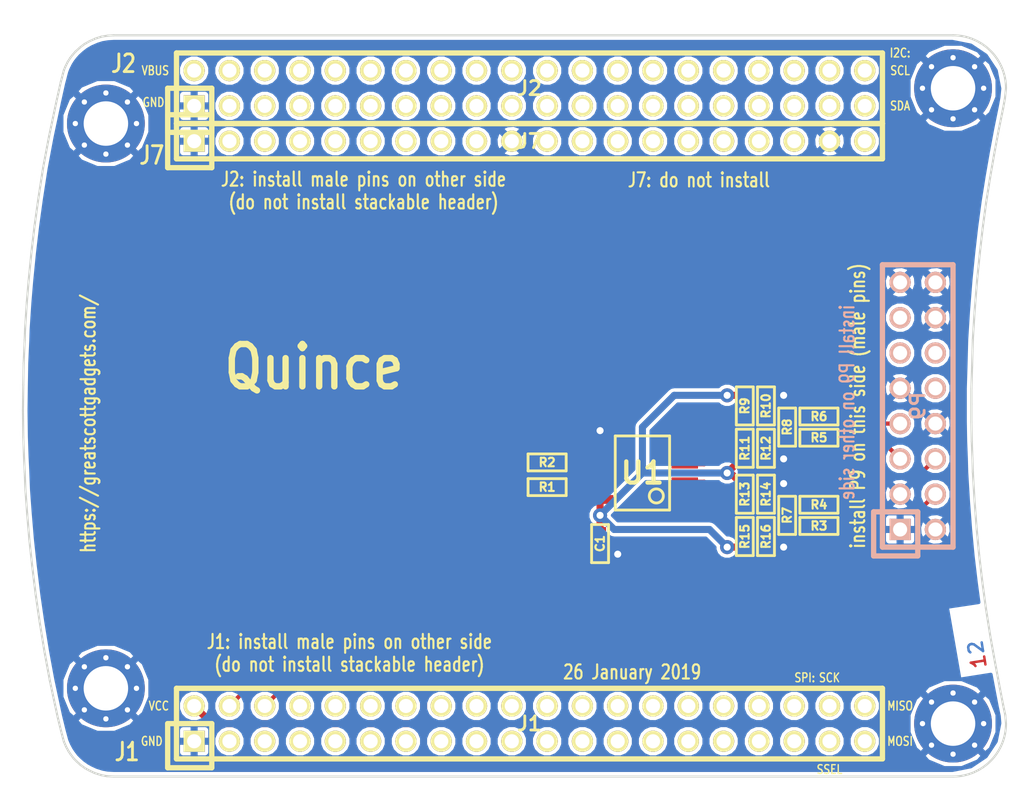
<source format=kicad_pcb>
(kicad_pcb (version 4) (host pcbnew 4.0.6)

  (general
    (links 84)
    (no_connects 0)
    (area 107.95 66.04 279.525801 124.460001)
    (thickness 1.6)
    (drawings 125)
    (tracks 86)
    (zones 0)
    (modules 26)
    (nets 15)
  )

  (page A4)
  (layers
    (0 F.Cu signal)
    (31 B.Cu signal)
    (32 B.Adhes user)
    (33 F.Adhes user)
    (34 B.Paste user)
    (35 F.Paste user)
    (36 B.SilkS user)
    (37 F.SilkS user)
    (38 B.Mask user)
    (39 F.Mask user)
    (40 Dwgs.User user)
    (41 Cmts.User user)
    (42 Eco1.User user)
    (43 Eco2.User user)
    (44 Edge.Cuts user)
    (45 Margin user)
    (46 B.CrtYd user)
    (47 F.CrtYd user)
    (48 B.Fab user)
    (49 F.Fab user)
  )

  (setup
    (last_trace_width 0.2032)
    (user_trace_width 0.3048)
    (user_trace_width 0.508)
    (trace_clearance 0.1524)
    (zone_clearance 0.254)
    (zone_45_only no)
    (trace_min 0.2032)
    (segment_width 0.15)
    (edge_width 0.15)
    (via_size 0.762)
    (via_drill 0.3302)
    (via_min_size 0.6858)
    (via_min_drill 0.3302)
    (user_via 1.016 0.508)
    (uvia_size 0.508)
    (uvia_drill 0.2032)
    (uvias_allowed no)
    (uvia_min_size 0)
    (uvia_min_drill 0)
    (pcb_text_width 0.3)
    (pcb_text_size 1.5 1.5)
    (mod_edge_width 0.2032)
    (mod_text_size 1 1)
    (mod_text_width 0.15)
    (pad_size 1.524 1.524)
    (pad_drill 0.762)
    (pad_to_mask_clearance 0.127)
    (pad_to_paste_clearance_ratio -0.05)
    (aux_axis_origin 0 0)
    (visible_elements FFFFFF7F)
    (pcbplotparams
      (layerselection 0x010f8_80000001)
      (usegerberextensions true)
      (excludeedgelayer true)
      (linewidth 0.100000)
      (plotframeref false)
      (viasonmask false)
      (mode 1)
      (useauxorigin false)
      (hpglpennumber 1)
      (hpglpenspeed 20)
      (hpglpendiameter 15)
      (hpglpenoverlay 2)
      (psnegative false)
      (psa4output false)
      (plotreference false)
      (plotvalue false)
      (plotinvisibletext false)
      (padsonsilk false)
      (subtractmaskfromsilk false)
      (outputformat 1)
      (mirror false)
      (drillshape 0)
      (scaleselection 1)
      (outputdirectory gerber))
  )

  (net 0 "")
  (net 1 GND)
  (net 2 VCC)
  (net 3 /P0_0)
  (net 4 /P0_1)
  (net 5 /RXBBQ-)
  (net 6 /RXBBI-)
  (net 7 /RXBBQ+)
  (net 8 /RXBBI+)
  (net 9 /OUT_A)
  (net 10 /OUT_B)
  (net 11 /+IN_A)
  (net 12 /-IN_A)
  (net 13 /+IN_B)
  (net 14 /-IN_B)

  (net_class Default "This is the default net class."
    (clearance 0.1524)
    (trace_width 0.2032)
    (via_dia 0.762)
    (via_drill 0.3302)
    (uvia_dia 0.508)
    (uvia_drill 0.2032)
    (add_net /+IN_A)
    (add_net /+IN_B)
    (add_net /-IN_A)
    (add_net /-IN_B)
    (add_net /OUT_A)
    (add_net /OUT_B)
    (add_net /P0_0)
    (add_net /P0_1)
    (add_net /RXBBI+)
    (add_net /RXBBI-)
    (add_net /RXBBQ+)
    (add_net /RXBBQ-)
    (add_net GND)
    (add_net VCC)
  )

  (module gsg-modules:HEADER-1x20 (layer F.Cu) (tedit 560071ED) (tstamp 56008D0F)
    (at 146.05 76.2)
    (tags CONN)
    (path /560E713A)
    (fp_text reference J7 (at 0 0) (layer F.SilkS)
      (effects (font (size 1.016 1.016) (thickness 0.2032)))
    )
    (fp_text value BONUS_ROW (at -15.24 0) (layer F.SilkS) hide
      (effects (font (size 1.016 1.016) (thickness 0.2032)))
    )
    (fp_line (start -22.86 1.905) (end -22.86 -1.905) (layer F.SilkS) (width 0.381))
    (fp_line (start -22.86 -1.905) (end -26.035 -1.905) (layer F.SilkS) (width 0.381))
    (fp_line (start -26.035 -1.905) (end -26.035 1.905) (layer F.SilkS) (width 0.381))
    (fp_line (start -25.4 -1.27) (end -25.4 1.27) (layer F.SilkS) (width 0.381))
    (fp_line (start -25.4 1.27) (end 25.4 1.27) (layer F.SilkS) (width 0.381))
    (fp_line (start 25.4 1.27) (end 25.4 -1.27) (layer F.SilkS) (width 0.381))
    (fp_line (start 25.4 -1.27) (end -25.4 -1.27) (layer F.SilkS) (width 0.381))
    (fp_line (start -26.035 1.905) (end -22.86 1.905) (layer F.SilkS) (width 0.381))
    (pad 1 thru_hole rect (at -24.13 0) (size 1.524 1.524) (drill 1.016) (layers *.Cu *.Mask F.SilkS)
      (net 1 GND) (die_length 0.08382))
    (pad 2 thru_hole circle (at -21.59 0) (size 1.524 1.524) (drill 1.016) (layers *.Cu *.Mask F.SilkS)
      (die_length 0.06096))
    (pad 3 thru_hole circle (at -19.05 0) (size 1.524 1.524) (drill 1.016) (layers *.Cu *.Mask F.SilkS)
      (die_length 0.08382))
    (pad 4 thru_hole circle (at -16.51 0) (size 1.524 1.524) (drill 1.016) (layers *.Cu *.Mask F.SilkS)
      (die_length -2147.483648))
    (pad 5 thru_hole circle (at -13.97 0) (size 1.524 1.524) (drill 1.016) (layers *.Cu *.Mask F.SilkS)
      (die_length -2147.483648))
    (pad 6 thru_hole circle (at -11.43 0) (size 1.524 1.524) (drill 1.016) (layers *.Cu *.Mask F.SilkS)
      (die_length 0.7874))
    (pad 7 thru_hole circle (at -8.89 0) (size 1.524 1.524) (drill 1.016) (layers *.Cu *.Mask F.SilkS)
      (die_length -2147.483648))
    (pad 8 thru_hole circle (at -6.35 0) (size 1.524 1.524) (drill 1.016) (layers *.Cu *.Mask F.SilkS)
      (die_length -2147.483648))
    (pad 9 thru_hole circle (at -3.81 0) (size 1.524 1.524) (drill 1.016) (layers *.Cu *.Mask F.SilkS))
    (pad 10 thru_hole circle (at -1.27 0) (size 1.524 1.524) (drill 1.016) (layers *.Cu *.Mask F.SilkS)
      (net 1 GND))
    (pad 11 thru_hole circle (at 1.27 0) (size 1.524 1.524) (drill 1.016) (layers *.Cu *.Mask F.SilkS))
    (pad 12 thru_hole circle (at 3.81 0) (size 1.524 1.524) (drill 1.016) (layers *.Cu *.Mask F.SilkS))
    (pad 13 thru_hole circle (at 6.35 0) (size 1.524 1.524) (drill 1.016) (layers *.Cu *.Mask F.SilkS))
    (pad 14 thru_hole circle (at 8.89 0) (size 1.524 1.524) (drill 1.016) (layers *.Cu *.Mask F.SilkS))
    (pad 15 thru_hole circle (at 11.43 0) (size 1.524 1.524) (drill 1.016) (layers *.Cu *.Mask F.SilkS))
    (pad 16 thru_hole circle (at 13.97 0) (size 1.524 1.524) (drill 1.016) (layers *.Cu *.Mask F.SilkS))
    (pad 17 thru_hole circle (at 16.51 0) (size 1.524 1.524) (drill 1.016) (layers *.Cu *.Mask F.SilkS))
    (pad 18 thru_hole circle (at 19.05 0) (size 1.524 1.524) (drill 1.016) (layers *.Cu *.Mask F.SilkS))
    (pad 19 thru_hole circle (at 21.59 0) (size 1.524 1.524) (drill 1.016) (layers *.Cu *.Mask F.SilkS)
      (net 1 GND))
    (pad 20 thru_hole circle (at 24.13 0) (size 1.524 1.524) (drill 1.016) (layers *.Cu *.Mask F.SilkS))
  )

  (module gsg-modules:HEADER-2x20 (layer F.Cu) (tedit 4F8A60EE) (tstamp 56008C89)
    (at 146.05 118.11)
    (tags CONN)
    (path /55FB1D52)
    (fp_text reference J1 (at 0 0) (layer F.SilkS)
      (effects (font (size 1.016 1.016) (thickness 0.2032)))
    )
    (fp_text value NEIGHBOR1 (at 0 0) (layer F.SilkS) hide
      (effects (font (size 1.016 1.016) (thickness 0.2032)))
    )
    (fp_line (start -25.4 -2.54) (end 25.4 -2.54) (layer F.SilkS) (width 0.381))
    (fp_line (start 25.4 -2.54) (end 25.4 2.54) (layer F.SilkS) (width 0.381))
    (fp_line (start 25.4 2.54) (end -25.4 2.54) (layer F.SilkS) (width 0.381))
    (fp_line (start -22.86 0) (end -26.035 0) (layer F.SilkS) (width 0.381))
    (fp_line (start -26.035 0) (end -26.035 3.175) (layer F.SilkS) (width 0.381))
    (fp_line (start -26.035 3.175) (end -22.86 3.175) (layer F.SilkS) (width 0.381))
    (fp_line (start -22.86 3.175) (end -22.86 0) (layer F.SilkS) (width 0.381))
    (fp_line (start -25.4 2.54) (end -25.4 -2.54) (layer F.SilkS) (width 0.381))
    (pad 1 thru_hole rect (at -24.13 1.27) (size 1.524 1.524) (drill 1.016) (layers *.Cu *.Mask F.SilkS)
      (net 1 GND) (die_length 0.08382))
    (pad 2 thru_hole circle (at -24.13 -1.27) (size 1.524 1.524) (drill 1.016) (layers *.Cu *.Mask F.SilkS)
      (net 2 VCC) (die_length -2147.483648))
    (pad 3 thru_hole circle (at -21.59 1.27) (size 1.524 1.524) (drill 1.016) (layers *.Cu *.Mask F.SilkS)
      (die_length 0.06096))
    (pad 4 thru_hole circle (at -21.59 -1.27) (size 1.524 1.524) (drill 1.016) (layers *.Cu *.Mask F.SilkS)
      (net 3 /P0_0) (die_length -2147.483648))
    (pad 5 thru_hole circle (at -19.05 1.27) (size 1.524 1.524) (drill 1.016) (layers *.Cu *.Mask F.SilkS)
      (die_length 0.12192))
    (pad 6 thru_hole circle (at -19.05 -1.27) (size 1.524 1.524) (drill 1.016) (layers *.Cu *.Mask F.SilkS)
      (net 4 /P0_1) (die_length 0.12192))
    (pad 7 thru_hole circle (at -16.51 1.27) (size 1.524 1.524) (drill 1.016) (layers *.Cu *.Mask F.SilkS)
      (die_length 0.12192))
    (pad 8 thru_hole circle (at -16.51 -1.27) (size 1.524 1.524) (drill 1.016) (layers *.Cu *.Mask F.SilkS)
      (die_length 0.08382))
    (pad 9 thru_hole circle (at -13.97 1.27) (size 1.524 1.524) (drill 1.016) (layers *.Cu *.Mask F.SilkS)
      (die_length -2147.483648))
    (pad 10 thru_hole circle (at -13.97 -1.27) (size 1.524 1.524) (drill 1.016) (layers *.Cu *.Mask F.SilkS)
      (die_length 0.24638))
    (pad 11 thru_hole circle (at -11.43 1.27) (size 1.524 1.524) (drill 1.016) (layers *.Cu *.Mask F.SilkS)
      (die_length -2147.483648))
    (pad 12 thru_hole circle (at -11.43 -1.27) (size 1.524 1.524) (drill 1.016) (layers *.Cu *.Mask F.SilkS)
      (die_length -2147.483648))
    (pad 13 thru_hole circle (at -8.89 1.27) (size 1.524 1.524) (drill 1.016) (layers *.Cu *.Mask F.SilkS)
      (die_length 0.10668))
    (pad 14 thru_hole circle (at -8.89 -1.27) (size 1.524 1.524) (drill 1.016) (layers *.Cu *.Mask F.SilkS)
      (die_length 0.04318))
    (pad 15 thru_hole circle (at -6.35 1.27) (size 1.524 1.524) (drill 1.016) (layers *.Cu *.Mask F.SilkS)
      (die_length 0.02286))
    (pad 16 thru_hole circle (at -6.35 -1.27) (size 1.524 1.524) (drill 1.016) (layers *.Cu *.Mask F.SilkS)
      (die_length 0.25146))
    (pad 17 thru_hole circle (at -3.81 1.27) (size 1.524 1.524) (drill 1.016) (layers *.Cu *.Mask F.SilkS)
      (die_length -2147.483648))
    (pad 18 thru_hole circle (at -3.81 -1.27) (size 1.524 1.524) (drill 1.016) (layers *.Cu *.Mask F.SilkS)
      (die_length -2147.483648))
    (pad 19 thru_hole circle (at -1.27 1.27) (size 1.524 1.524) (drill 1.016) (layers *.Cu *.Mask F.SilkS)
      (die_length 0.08382))
    (pad 20 thru_hole circle (at -1.27 -1.27) (size 1.524 1.524) (drill 1.016) (layers *.Cu *.Mask F.SilkS)
      (die_length 0.08382))
    (pad 21 thru_hole circle (at 1.27 1.27) (size 1.524 1.524) (drill 1.016) (layers *.Cu *.Mask F.SilkS)
      (die_length -2147.483648))
    (pad 22 thru_hole circle (at 1.27 -1.27) (size 1.524 1.524) (drill 1.016) (layers *.Cu *.Mask F.SilkS)
      (die_length 0.08382))
    (pad 23 thru_hole circle (at 3.81 1.27) (size 1.524 1.524) (drill 1.016) (layers *.Cu *.Mask F.SilkS)
      (die_length -2147.483648))
    (pad 24 thru_hole circle (at 3.81 -1.27) (size 1.524 1.524) (drill 1.016) (layers *.Cu *.Mask F.SilkS)
      (die_length -2147.483648))
    (pad 25 thru_hole circle (at 6.35 1.27) (size 1.524 1.524) (drill 1.016) (layers *.Cu *.Mask F.SilkS)
      (die_length 0.08382))
    (pad 26 thru_hole circle (at 6.35 -1.27) (size 1.524 1.524) (drill 1.016) (layers *.Cu *.Mask F.SilkS)
      (die_length -2147.483648))
    (pad 27 thru_hole circle (at 8.89 1.27) (size 1.524 1.524) (drill 1.016) (layers *.Cu *.Mask F.SilkS)
      (die_length -2147.483648))
    (pad 28 thru_hole circle (at 8.89 -1.27) (size 1.524 1.524) (drill 1.016) (layers *.Cu *.Mask F.SilkS)
      (die_length 0.08382))
    (pad 29 thru_hole circle (at 11.43 1.27) (size 1.524 1.524) (drill 1.016) (layers *.Cu *.Mask F.SilkS)
      (die_length 0.08382))
    (pad 30 thru_hole circle (at 11.43 -1.27) (size 1.524 1.524) (drill 1.016) (layers *.Cu *.Mask F.SilkS)
      (die_length -2147.483648))
    (pad 31 thru_hole circle (at 13.97 1.27) (size 1.524 1.524) (drill 1.016) (layers *.Cu *.Mask F.SilkS)
      (die_length 0.08382))
    (pad 32 thru_hole circle (at 13.97 -1.27) (size 1.524 1.524) (drill 1.016) (layers *.Cu *.Mask F.SilkS)
      (die_length -2147.483648))
    (pad 33 thru_hole circle (at 16.51 1.27) (size 1.524 1.524) (drill 1.016) (layers *.Cu *.Mask F.SilkS)
      (die_length -2147.483648))
    (pad 34 thru_hole circle (at 16.51 -1.27) (size 1.524 1.524) (drill 1.016) (layers *.Cu *.Mask F.SilkS)
      (die_length 0.08382))
    (pad 35 thru_hole circle (at 19.05 1.27) (size 1.524 1.524) (drill 1.016) (layers *.Cu *.Mask F.SilkS)
      (die_length -2147.483648))
    (pad 36 thru_hole circle (at 19.05 -1.27) (size 1.524 1.524) (drill 1.016) (layers *.Cu *.Mask F.SilkS)
      (die_length 0.08382))
    (pad 37 thru_hole circle (at 21.59 1.27) (size 1.524 1.524) (drill 1.016) (layers *.Cu *.Mask F.SilkS)
      (die_length 0.08382))
    (pad 38 thru_hole circle (at 21.59 -1.27) (size 1.524 1.524) (drill 1.016) (layers *.Cu *.Mask F.SilkS)
      (die_length -2147.483648))
    (pad 39 thru_hole circle (at 24.13 1.27) (size 1.524 1.524) (drill 1.016) (layers *.Cu *.Mask F.SilkS)
      (die_length 0.08382))
    (pad 40 thru_hole circle (at 24.13 -1.27) (size 1.524 1.524) (drill 1.016) (layers *.Cu *.Mask F.SilkS)
      (die_length 0.08382))
  )

  (module gsg-modules:HEADER-2x20 (layer F.Cu) (tedit 4F8A60EE) (tstamp 56008CB5)
    (at 146.05 72.39)
    (tags CONN)
    (path /55EAB4B7)
    (fp_text reference J2 (at 0 0) (layer F.SilkS)
      (effects (font (size 1.016 1.016) (thickness 0.2032)))
    )
    (fp_text value NEIGHBOR2 (at 0 0) (layer F.SilkS) hide
      (effects (font (size 1.016 1.016) (thickness 0.2032)))
    )
    (fp_line (start -25.4 -2.54) (end 25.4 -2.54) (layer F.SilkS) (width 0.381))
    (fp_line (start 25.4 -2.54) (end 25.4 2.54) (layer F.SilkS) (width 0.381))
    (fp_line (start 25.4 2.54) (end -25.4 2.54) (layer F.SilkS) (width 0.381))
    (fp_line (start -22.86 0) (end -26.035 0) (layer F.SilkS) (width 0.381))
    (fp_line (start -26.035 0) (end -26.035 3.175) (layer F.SilkS) (width 0.381))
    (fp_line (start -26.035 3.175) (end -22.86 3.175) (layer F.SilkS) (width 0.381))
    (fp_line (start -22.86 3.175) (end -22.86 0) (layer F.SilkS) (width 0.381))
    (fp_line (start -25.4 2.54) (end -25.4 -2.54) (layer F.SilkS) (width 0.381))
    (pad 1 thru_hole rect (at -24.13 1.27) (size 1.524 1.524) (drill 1.016) (layers *.Cu *.Mask F.SilkS)
      (net 1 GND) (die_length 0.08382))
    (pad 2 thru_hole circle (at -24.13 -1.27) (size 1.524 1.524) (drill 1.016) (layers *.Cu *.Mask F.SilkS)
      (die_length -2147.483648))
    (pad 3 thru_hole circle (at -21.59 1.27) (size 1.524 1.524) (drill 1.016) (layers *.Cu *.Mask F.SilkS)
      (die_length 0.06096))
    (pad 4 thru_hole circle (at -21.59 -1.27) (size 1.524 1.524) (drill 1.016) (layers *.Cu *.Mask F.SilkS)
      (die_length -2147.483648))
    (pad 5 thru_hole circle (at -19.05 1.27) (size 1.524 1.524) (drill 1.016) (layers *.Cu *.Mask F.SilkS)
      (die_length 0.12192))
    (pad 6 thru_hole circle (at -19.05 -1.27) (size 1.524 1.524) (drill 1.016) (layers *.Cu *.Mask F.SilkS)
      (die_length 0.12192))
    (pad 7 thru_hole circle (at -16.51 1.27) (size 1.524 1.524) (drill 1.016) (layers *.Cu *.Mask F.SilkS)
      (die_length 0.12192))
    (pad 8 thru_hole circle (at -16.51 -1.27) (size 1.524 1.524) (drill 1.016) (layers *.Cu *.Mask F.SilkS)
      (die_length 0.08382))
    (pad 9 thru_hole circle (at -13.97 1.27) (size 1.524 1.524) (drill 1.016) (layers *.Cu *.Mask F.SilkS)
      (die_length -2147.483648))
    (pad 10 thru_hole circle (at -13.97 -1.27) (size 1.524 1.524) (drill 1.016) (layers *.Cu *.Mask F.SilkS)
      (die_length 0.24638))
    (pad 11 thru_hole circle (at -11.43 1.27) (size 1.524 1.524) (drill 1.016) (layers *.Cu *.Mask F.SilkS)
      (die_length -2147.483648))
    (pad 12 thru_hole circle (at -11.43 -1.27) (size 1.524 1.524) (drill 1.016) (layers *.Cu *.Mask F.SilkS)
      (die_length -2147.483648))
    (pad 13 thru_hole circle (at -8.89 1.27) (size 1.524 1.524) (drill 1.016) (layers *.Cu *.Mask F.SilkS)
      (die_length 0.10668))
    (pad 14 thru_hole circle (at -8.89 -1.27) (size 1.524 1.524) (drill 1.016) (layers *.Cu *.Mask F.SilkS)
      (die_length 0.04318))
    (pad 15 thru_hole circle (at -6.35 1.27) (size 1.524 1.524) (drill 1.016) (layers *.Cu *.Mask F.SilkS)
      (die_length 0.02286))
    (pad 16 thru_hole circle (at -6.35 -1.27) (size 1.524 1.524) (drill 1.016) (layers *.Cu *.Mask F.SilkS)
      (die_length 0.25146))
    (pad 17 thru_hole circle (at -3.81 1.27) (size 1.524 1.524) (drill 1.016) (layers *.Cu *.Mask F.SilkS)
      (die_length -2147.483648))
    (pad 18 thru_hole circle (at -3.81 -1.27) (size 1.524 1.524) (drill 1.016) (layers *.Cu *.Mask F.SilkS)
      (die_length -2147.483648))
    (pad 19 thru_hole circle (at -1.27 1.27) (size 1.524 1.524) (drill 1.016) (layers *.Cu *.Mask F.SilkS)
      (die_length 0.08382))
    (pad 20 thru_hole circle (at -1.27 -1.27) (size 1.524 1.524) (drill 1.016) (layers *.Cu *.Mask F.SilkS)
      (die_length 0.08382))
    (pad 21 thru_hole circle (at 1.27 1.27) (size 1.524 1.524) (drill 1.016) (layers *.Cu *.Mask F.SilkS)
      (die_length -2147.483648))
    (pad 22 thru_hole circle (at 1.27 -1.27) (size 1.524 1.524) (drill 1.016) (layers *.Cu *.Mask F.SilkS)
      (die_length 0.08382))
    (pad 23 thru_hole circle (at 3.81 1.27) (size 1.524 1.524) (drill 1.016) (layers *.Cu *.Mask F.SilkS)
      (die_length -2147.483648))
    (pad 24 thru_hole circle (at 3.81 -1.27) (size 1.524 1.524) (drill 1.016) (layers *.Cu *.Mask F.SilkS)
      (die_length -2147.483648))
    (pad 25 thru_hole circle (at 6.35 1.27) (size 1.524 1.524) (drill 1.016) (layers *.Cu *.Mask F.SilkS)
      (die_length 0.08382))
    (pad 26 thru_hole circle (at 6.35 -1.27) (size 1.524 1.524) (drill 1.016) (layers *.Cu *.Mask F.SilkS)
      (die_length -2147.483648))
    (pad 27 thru_hole circle (at 8.89 1.27) (size 1.524 1.524) (drill 1.016) (layers *.Cu *.Mask F.SilkS)
      (die_length -2147.483648))
    (pad 28 thru_hole circle (at 8.89 -1.27) (size 1.524 1.524) (drill 1.016) (layers *.Cu *.Mask F.SilkS)
      (die_length 0.08382))
    (pad 29 thru_hole circle (at 11.43 1.27) (size 1.524 1.524) (drill 1.016) (layers *.Cu *.Mask F.SilkS)
      (die_length 0.08382))
    (pad 30 thru_hole circle (at 11.43 -1.27) (size 1.524 1.524) (drill 1.016) (layers *.Cu *.Mask F.SilkS)
      (die_length -2147.483648))
    (pad 31 thru_hole circle (at 13.97 1.27) (size 1.524 1.524) (drill 1.016) (layers *.Cu *.Mask F.SilkS)
      (die_length 0.08382))
    (pad 32 thru_hole circle (at 13.97 -1.27) (size 1.524 1.524) (drill 1.016) (layers *.Cu *.Mask F.SilkS)
      (die_length -2147.483648))
    (pad 33 thru_hole circle (at 16.51 1.27) (size 1.524 1.524) (drill 1.016) (layers *.Cu *.Mask F.SilkS)
      (die_length -2147.483648))
    (pad 34 thru_hole circle (at 16.51 -1.27) (size 1.524 1.524) (drill 1.016) (layers *.Cu *.Mask F.SilkS)
      (die_length 0.08382))
    (pad 35 thru_hole circle (at 19.05 1.27) (size 1.524 1.524) (drill 1.016) (layers *.Cu *.Mask F.SilkS)
      (die_length -2147.483648))
    (pad 36 thru_hole circle (at 19.05 -1.27) (size 1.524 1.524) (drill 1.016) (layers *.Cu *.Mask F.SilkS)
      (die_length 0.08382))
    (pad 37 thru_hole circle (at 21.59 1.27) (size 1.524 1.524) (drill 1.016) (layers *.Cu *.Mask F.SilkS)
      (die_length 0.08382))
    (pad 38 thru_hole circle (at 21.59 -1.27) (size 1.524 1.524) (drill 1.016) (layers *.Cu *.Mask F.SilkS)
      (die_length -2147.483648))
    (pad 39 thru_hole circle (at 24.13 1.27) (size 1.524 1.524) (drill 1.016) (layers *.Cu *.Mask F.SilkS)
      (die_length 0.08382))
    (pad 40 thru_hole circle (at 24.13 -1.27) (size 1.524 1.524) (drill 1.016) (layers *.Cu *.Mask F.SilkS)
      (die_length 0.08382))
  )

  (module gsg-modules:HOLE126MIL-COPPER (layer F.Cu) (tedit 528F8568) (tstamp 56009D36)
    (at 115.57 74.93)
    (path /56010ADB)
    (fp_text reference MH1 (at 0 0) (layer F.SilkS) hide
      (effects (font (size 1.00076 1.00076) (thickness 0.2032)))
    )
    (fp_text value MOUNTING_HOLE (at 0 0) (layer F.SilkS) hide
      (effects (font (size 1.00076 1.00076) (thickness 0.2032)))
    )
    (pad 1 thru_hole circle (at 0 0) (size 5.6 5.6) (drill 3.2004) (layers *.Cu *.Mask)
      (net 1 GND))
    (pad 1 thru_hole circle (at 0 -2.2) (size 0.6 0.6) (drill 0.381) (layers *.Cu *.Mask)
      (net 1 GND))
    (pad 1 thru_hole circle (at -2.2 0) (size 0.6 0.6) (drill 0.381) (layers *.Cu *.Mask)
      (net 1 GND))
    (pad 1 thru_hole circle (at 0 2.2) (size 0.6 0.6) (drill 0.381) (layers *.Cu *.Mask)
      (net 1 GND))
    (pad 1 thru_hole circle (at 2.2 0) (size 0.6 0.6) (drill 0.381) (layers *.Cu *.Mask)
      (net 1 GND))
    (pad 1 thru_hole circle (at 1.55 -1.55) (size 0.6 0.6) (drill 0.381) (layers *.Cu *.Mask)
      (net 1 GND))
    (pad 1 thru_hole circle (at -1.55 -1.55) (size 0.6 0.6) (drill 0.381) (layers *.Cu *.Mask)
      (net 1 GND))
    (pad 1 thru_hole circle (at -1.55 1.55) (size 0.6 0.6) (drill 0.381) (layers *.Cu *.Mask)
      (net 1 GND))
    (pad 1 thru_hole circle (at 1.55 1.55) (size 0.6 0.6) (drill 0.381) (layers *.Cu *.Mask)
      (net 1 GND))
  )

  (module gsg-modules:HOLE126MIL-COPPER (layer F.Cu) (tedit 528F8568) (tstamp 56009D43)
    (at 115.57 115.57)
    (path /56010AE9)
    (fp_text reference MH2 (at 0 0) (layer F.SilkS) hide
      (effects (font (size 1.00076 1.00076) (thickness 0.2032)))
    )
    (fp_text value MOUNTING_HOLE (at 0 0) (layer F.SilkS) hide
      (effects (font (size 1.00076 1.00076) (thickness 0.2032)))
    )
    (pad 1 thru_hole circle (at 0 0) (size 5.6 5.6) (drill 3.2004) (layers *.Cu *.Mask)
      (net 1 GND))
    (pad 1 thru_hole circle (at 0 -2.2) (size 0.6 0.6) (drill 0.381) (layers *.Cu *.Mask)
      (net 1 GND))
    (pad 1 thru_hole circle (at -2.2 0) (size 0.6 0.6) (drill 0.381) (layers *.Cu *.Mask)
      (net 1 GND))
    (pad 1 thru_hole circle (at 0 2.2) (size 0.6 0.6) (drill 0.381) (layers *.Cu *.Mask)
      (net 1 GND))
    (pad 1 thru_hole circle (at 2.2 0) (size 0.6 0.6) (drill 0.381) (layers *.Cu *.Mask)
      (net 1 GND))
    (pad 1 thru_hole circle (at 1.55 -1.55) (size 0.6 0.6) (drill 0.381) (layers *.Cu *.Mask)
      (net 1 GND))
    (pad 1 thru_hole circle (at -1.55 -1.55) (size 0.6 0.6) (drill 0.381) (layers *.Cu *.Mask)
      (net 1 GND))
    (pad 1 thru_hole circle (at -1.55 1.55) (size 0.6 0.6) (drill 0.381) (layers *.Cu *.Mask)
      (net 1 GND))
    (pad 1 thru_hole circle (at 1.55 1.55) (size 0.6 0.6) (drill 0.381) (layers *.Cu *.Mask)
      (net 1 GND))
  )

  (module gsg-modules:HOLE126MIL-COPPER (layer F.Cu) (tedit 528F8568) (tstamp 56009D50)
    (at 176.53 118.11)
    (path /5600EED5)
    (fp_text reference MH3 (at 0 0) (layer F.SilkS) hide
      (effects (font (size 1.00076 1.00076) (thickness 0.2032)))
    )
    (fp_text value MOUNTING_HOLE (at 0 0) (layer F.SilkS) hide
      (effects (font (size 1.00076 1.00076) (thickness 0.2032)))
    )
    (pad 1 thru_hole circle (at 0 0) (size 5.6 5.6) (drill 3.2004) (layers *.Cu *.Mask)
      (net 1 GND))
    (pad 1 thru_hole circle (at 0 -2.2) (size 0.6 0.6) (drill 0.381) (layers *.Cu *.Mask)
      (net 1 GND))
    (pad 1 thru_hole circle (at -2.2 0) (size 0.6 0.6) (drill 0.381) (layers *.Cu *.Mask)
      (net 1 GND))
    (pad 1 thru_hole circle (at 0 2.2) (size 0.6 0.6) (drill 0.381) (layers *.Cu *.Mask)
      (net 1 GND))
    (pad 1 thru_hole circle (at 2.2 0) (size 0.6 0.6) (drill 0.381) (layers *.Cu *.Mask)
      (net 1 GND))
    (pad 1 thru_hole circle (at 1.55 -1.55) (size 0.6 0.6) (drill 0.381) (layers *.Cu *.Mask)
      (net 1 GND))
    (pad 1 thru_hole circle (at -1.55 -1.55) (size 0.6 0.6) (drill 0.381) (layers *.Cu *.Mask)
      (net 1 GND))
    (pad 1 thru_hole circle (at -1.55 1.55) (size 0.6 0.6) (drill 0.381) (layers *.Cu *.Mask)
      (net 1 GND))
    (pad 1 thru_hole circle (at 1.55 1.55) (size 0.6 0.6) (drill 0.381) (layers *.Cu *.Mask)
      (net 1 GND))
  )

  (module gsg-modules:HOLE126MIL-COPPER (layer F.Cu) (tedit 528F8568) (tstamp 56009D5D)
    (at 176.53 72.39)
    (path /560100F3)
    (fp_text reference MH4 (at 0 0) (layer F.SilkS) hide
      (effects (font (size 1.00076 1.00076) (thickness 0.2032)))
    )
    (fp_text value MOUNTING_HOLE (at 0 0) (layer F.SilkS) hide
      (effects (font (size 1.00076 1.00076) (thickness 0.2032)))
    )
    (pad 1 thru_hole circle (at 0 0) (size 5.6 5.6) (drill 3.2004) (layers *.Cu *.Mask)
      (net 1 GND))
    (pad 1 thru_hole circle (at 0 -2.2) (size 0.6 0.6) (drill 0.381) (layers *.Cu *.Mask)
      (net 1 GND))
    (pad 1 thru_hole circle (at -2.2 0) (size 0.6 0.6) (drill 0.381) (layers *.Cu *.Mask)
      (net 1 GND))
    (pad 1 thru_hole circle (at 0 2.2) (size 0.6 0.6) (drill 0.381) (layers *.Cu *.Mask)
      (net 1 GND))
    (pad 1 thru_hole circle (at 2.2 0) (size 0.6 0.6) (drill 0.381) (layers *.Cu *.Mask)
      (net 1 GND))
    (pad 1 thru_hole circle (at 1.55 -1.55) (size 0.6 0.6) (drill 0.381) (layers *.Cu *.Mask)
      (net 1 GND))
    (pad 1 thru_hole circle (at -1.55 -1.55) (size 0.6 0.6) (drill 0.381) (layers *.Cu *.Mask)
      (net 1 GND))
    (pad 1 thru_hole circle (at -1.55 1.55) (size 0.6 0.6) (drill 0.381) (layers *.Cu *.Mask)
      (net 1 GND))
    (pad 1 thru_hole circle (at 1.55 1.55) (size 0.6 0.6) (drill 0.381) (layers *.Cu *.Mask)
      (net 1 GND))
  )

  (module gsg-modules:0603 (layer F.Cu) (tedit 5605D54C) (tstamp 5C4CC2B4)
    (at 151.13 105.156 90)
    (path /5C4CBF0F)
    (fp_text reference C1 (at 0 0 90) (layer F.SilkS)
      (effects (font (size 0.6096 0.6096) (thickness 0.1524)))
    )
    (fp_text value C (at 0 0 90) (layer F.SilkS) hide
      (effects (font (size 0.6096 0.6096) (thickness 0.1524)))
    )
    (fp_line (start 1.3716 -0.6096) (end -1.3716 -0.6096) (layer F.SilkS) (width 0.2032))
    (fp_line (start -1.3716 -0.6096) (end -1.3716 0.6096) (layer F.SilkS) (width 0.2032))
    (fp_line (start -1.3716 0.6096) (end 1.3716 0.6096) (layer F.SilkS) (width 0.2032))
    (fp_line (start 1.3716 0.6096) (end 1.3716 -0.6096) (layer F.SilkS) (width 0.2032))
    (pad 2 smd rect (at 0.762 0 90) (size 0.8636 0.8636) (layers F.Cu F.Paste F.Mask)
      (net 2 VCC))
    (pad 1 smd rect (at -0.762 0 90) (size 0.8636 0.8636) (layers F.Cu F.Paste F.Mask)
      (net 1 GND))
  )

  (module gsg-modules:HEADER-2x8 (layer B.Cu) (tedit 4F8A6071) (tstamp 5C4CC2C8)
    (at 173.99 95.25 90)
    (tags CONN)
    (path /5C4CF2A3)
    (fp_text reference P9 (at 0 0 90) (layer B.SilkS)
      (effects (font (size 1.016 1.016) (thickness 0.2032)) (justify mirror))
    )
    (fp_text value BASEBAND (at 0 0 90) (layer B.SilkS) hide
      (effects (font (size 1.016 1.016) (thickness 0.2032)) (justify mirror))
    )
    (fp_line (start -10.16 2.54) (end 10.16 2.54) (layer B.SilkS) (width 0.381))
    (fp_line (start 10.16 2.54) (end 10.16 -2.54) (layer B.SilkS) (width 0.381))
    (fp_line (start 10.16 -2.54) (end -10.16 -2.54) (layer B.SilkS) (width 0.381))
    (fp_line (start -7.62 0) (end -10.795 0) (layer B.SilkS) (width 0.381))
    (fp_line (start -10.795 0) (end -10.795 -3.175) (layer B.SilkS) (width 0.381))
    (fp_line (start -10.795 -3.175) (end -7.62 -3.175) (layer B.SilkS) (width 0.381))
    (fp_line (start -7.62 -3.175) (end -7.62 0) (layer B.SilkS) (width 0.381))
    (fp_line (start -10.16 -2.54) (end -10.16 2.54) (layer B.SilkS) (width 0.381))
    (pad 1 thru_hole rect (at -8.89 -1.27 90) (size 1.524 1.524) (drill 1.016) (layers *.Cu *.Mask B.SilkS)
      (net 1 GND))
    (pad 2 thru_hole circle (at -8.89 1.27 90) (size 1.524 1.524) (drill 1.016) (layers *.Cu *.Mask B.SilkS)
      (net 1 GND))
    (pad 3 thru_hole circle (at -6.35 -1.27 90) (size 1.524 1.524) (drill 1.016) (layers *.Cu *.Mask B.SilkS)
      (net 1 GND))
    (pad 4 thru_hole circle (at -6.35 1.27 90) (size 1.524 1.524) (drill 1.016) (layers *.Cu *.Mask B.SilkS)
      (net 5 /RXBBQ-))
    (pad 5 thru_hole circle (at -3.81 -1.27 90) (size 1.524 1.524) (drill 1.016) (layers *.Cu *.Mask B.SilkS)
      (net 6 /RXBBI-))
    (pad 6 thru_hole circle (at -3.81 1.27 90) (size 1.524 1.524) (drill 1.016) (layers *.Cu *.Mask B.SilkS)
      (net 7 /RXBBQ+))
    (pad 7 thru_hole circle (at -1.27 -1.27 90) (size 1.524 1.524) (drill 1.016) (layers *.Cu *.Mask B.SilkS)
      (net 8 /RXBBI+))
    (pad 8 thru_hole circle (at -1.27 1.27 90) (size 1.524 1.524) (drill 1.016) (layers *.Cu *.Mask B.SilkS)
      (net 1 GND))
    (pad 9 thru_hole circle (at 1.27 -1.27 90) (size 1.524 1.524) (drill 1.016) (layers *.Cu *.Mask B.SilkS)
      (net 1 GND))
    (pad 10 thru_hole circle (at 1.27 1.27 90) (size 1.524 1.524) (drill 1.016) (layers *.Cu *.Mask B.SilkS))
    (pad 11 thru_hole circle (at 3.81 -1.27 90) (size 1.524 1.524) (drill 1.016) (layers *.Cu *.Mask B.SilkS))
    (pad 12 thru_hole circle (at 3.81 1.27 90) (size 1.524 1.524) (drill 1.016) (layers *.Cu *.Mask B.SilkS))
    (pad 13 thru_hole circle (at 6.35 -1.27 90) (size 1.524 1.524) (drill 1.016) (layers *.Cu *.Mask B.SilkS))
    (pad 14 thru_hole circle (at 6.35 1.27 90) (size 1.524 1.524) (drill 1.016) (layers *.Cu *.Mask B.SilkS)
      (net 1 GND))
    (pad 15 thru_hole circle (at 8.89 -1.27 90) (size 1.524 1.524) (drill 1.016) (layers *.Cu *.Mask B.SilkS)
      (net 1 GND))
    (pad 16 thru_hole circle (at 8.89 1.27 90) (size 1.524 1.524) (drill 1.016) (layers *.Cu *.Mask B.SilkS)
      (net 1 GND))
  )

  (module gsg-modules:0603 (layer F.Cu) (tedit 5605D54C) (tstamp 5C4CC2CE)
    (at 147.32 101.092)
    (path /5C4D0C31)
    (fp_text reference R1 (at 0 0) (layer F.SilkS)
      (effects (font (size 0.6096 0.6096) (thickness 0.1524)))
    )
    (fp_text value 0 (at 0 0) (layer F.SilkS) hide
      (effects (font (size 0.6096 0.6096) (thickness 0.1524)))
    )
    (fp_line (start 1.3716 -0.6096) (end -1.3716 -0.6096) (layer F.SilkS) (width 0.2032))
    (fp_line (start -1.3716 -0.6096) (end -1.3716 0.6096) (layer F.SilkS) (width 0.2032))
    (fp_line (start -1.3716 0.6096) (end 1.3716 0.6096) (layer F.SilkS) (width 0.2032))
    (fp_line (start 1.3716 0.6096) (end 1.3716 -0.6096) (layer F.SilkS) (width 0.2032))
    (pad 2 smd rect (at 0.762 0) (size 0.8636 0.8636) (layers F.Cu F.Paste F.Mask)
      (net 9 /OUT_A))
    (pad 1 smd rect (at -0.762 0) (size 0.8636 0.8636) (layers F.Cu F.Paste F.Mask)
      (net 4 /P0_1))
  )

  (module gsg-modules:0603 (layer F.Cu) (tedit 5605D54C) (tstamp 5C4CC2D4)
    (at 147.32 99.314)
    (path /5C4D0EC4)
    (fp_text reference R2 (at 0 0) (layer F.SilkS)
      (effects (font (size 0.6096 0.6096) (thickness 0.1524)))
    )
    (fp_text value 0 (at 0 0) (layer F.SilkS) hide
      (effects (font (size 0.6096 0.6096) (thickness 0.1524)))
    )
    (fp_line (start 1.3716 -0.6096) (end -1.3716 -0.6096) (layer F.SilkS) (width 0.2032))
    (fp_line (start -1.3716 -0.6096) (end -1.3716 0.6096) (layer F.SilkS) (width 0.2032))
    (fp_line (start -1.3716 0.6096) (end 1.3716 0.6096) (layer F.SilkS) (width 0.2032))
    (fp_line (start 1.3716 0.6096) (end 1.3716 -0.6096) (layer F.SilkS) (width 0.2032))
    (pad 2 smd rect (at 0.762 0) (size 0.8636 0.8636) (layers F.Cu F.Paste F.Mask)
      (net 10 /OUT_B))
    (pad 1 smd rect (at -0.762 0) (size 0.8636 0.8636) (layers F.Cu F.Paste F.Mask)
      (net 3 /P0_0))
  )

  (module gsg-modules:0603 (layer F.Cu) (tedit 5605D54C) (tstamp 5C4CC2DA)
    (at 166.878 103.886)
    (path /5C4CD525)
    (fp_text reference R3 (at 0 0) (layer F.SilkS)
      (effects (font (size 0.6096 0.6096) (thickness 0.1524)))
    )
    (fp_text value 0 (at 0 0) (layer F.SilkS) hide
      (effects (font (size 0.6096 0.6096) (thickness 0.1524)))
    )
    (fp_line (start 1.3716 -0.6096) (end -1.3716 -0.6096) (layer F.SilkS) (width 0.2032))
    (fp_line (start -1.3716 -0.6096) (end -1.3716 0.6096) (layer F.SilkS) (width 0.2032))
    (fp_line (start -1.3716 0.6096) (end 1.3716 0.6096) (layer F.SilkS) (width 0.2032))
    (fp_line (start 1.3716 0.6096) (end 1.3716 -0.6096) (layer F.SilkS) (width 0.2032))
    (pad 2 smd rect (at 0.762 0) (size 0.8636 0.8636) (layers F.Cu F.Paste F.Mask)
      (net 5 /RXBBQ-))
    (pad 1 smd rect (at -0.762 0) (size 0.8636 0.8636) (layers F.Cu F.Paste F.Mask)
      (net 11 /+IN_A))
  )

  (module gsg-modules:0603 (layer F.Cu) (tedit 5605D54C) (tstamp 5C4CC2E0)
    (at 166.878 102.362)
    (path /5C4CD62B)
    (fp_text reference R4 (at 0 0) (layer F.SilkS)
      (effects (font (size 0.6096 0.6096) (thickness 0.1524)))
    )
    (fp_text value 0 (at 0 0) (layer F.SilkS) hide
      (effects (font (size 0.6096 0.6096) (thickness 0.1524)))
    )
    (fp_line (start 1.3716 -0.6096) (end -1.3716 -0.6096) (layer F.SilkS) (width 0.2032))
    (fp_line (start -1.3716 -0.6096) (end -1.3716 0.6096) (layer F.SilkS) (width 0.2032))
    (fp_line (start -1.3716 0.6096) (end 1.3716 0.6096) (layer F.SilkS) (width 0.2032))
    (fp_line (start 1.3716 0.6096) (end 1.3716 -0.6096) (layer F.SilkS) (width 0.2032))
    (pad 2 smd rect (at 0.762 0) (size 0.8636 0.8636) (layers F.Cu F.Paste F.Mask)
      (net 7 /RXBBQ+))
    (pad 1 smd rect (at -0.762 0) (size 0.8636 0.8636) (layers F.Cu F.Paste F.Mask)
      (net 12 /-IN_A))
  )

  (module gsg-modules:0603 (layer F.Cu) (tedit 5605D54C) (tstamp 5C4CC2E6)
    (at 166.878 97.536)
    (path /5C4CD682)
    (fp_text reference R5 (at 0 0) (layer F.SilkS)
      (effects (font (size 0.6096 0.6096) (thickness 0.1524)))
    )
    (fp_text value 0 (at 0 0) (layer F.SilkS) hide
      (effects (font (size 0.6096 0.6096) (thickness 0.1524)))
    )
    (fp_line (start 1.3716 -0.6096) (end -1.3716 -0.6096) (layer F.SilkS) (width 0.2032))
    (fp_line (start -1.3716 -0.6096) (end -1.3716 0.6096) (layer F.SilkS) (width 0.2032))
    (fp_line (start -1.3716 0.6096) (end 1.3716 0.6096) (layer F.SilkS) (width 0.2032))
    (fp_line (start 1.3716 0.6096) (end 1.3716 -0.6096) (layer F.SilkS) (width 0.2032))
    (pad 2 smd rect (at 0.762 0) (size 0.8636 0.8636) (layers F.Cu F.Paste F.Mask)
      (net 6 /RXBBI-))
    (pad 1 smd rect (at -0.762 0) (size 0.8636 0.8636) (layers F.Cu F.Paste F.Mask)
      (net 13 /+IN_B))
  )

  (module gsg-modules:0603 (layer F.Cu) (tedit 5605D54C) (tstamp 5C4CC2EC)
    (at 166.878 96.012)
    (path /5C4CD6EA)
    (fp_text reference R6 (at 0 0) (layer F.SilkS)
      (effects (font (size 0.6096 0.6096) (thickness 0.1524)))
    )
    (fp_text value 0 (at 0 0) (layer F.SilkS) hide
      (effects (font (size 0.6096 0.6096) (thickness 0.1524)))
    )
    (fp_line (start 1.3716 -0.6096) (end -1.3716 -0.6096) (layer F.SilkS) (width 0.2032))
    (fp_line (start -1.3716 -0.6096) (end -1.3716 0.6096) (layer F.SilkS) (width 0.2032))
    (fp_line (start -1.3716 0.6096) (end 1.3716 0.6096) (layer F.SilkS) (width 0.2032))
    (fp_line (start 1.3716 0.6096) (end 1.3716 -0.6096) (layer F.SilkS) (width 0.2032))
    (pad 2 smd rect (at 0.762 0) (size 0.8636 0.8636) (layers F.Cu F.Paste F.Mask)
      (net 8 /RXBBI+))
    (pad 1 smd rect (at -0.762 0) (size 0.8636 0.8636) (layers F.Cu F.Paste F.Mask)
      (net 14 /-IN_B))
  )

  (module gsg-modules:0603 (layer F.Cu) (tedit 5605D54C) (tstamp 5C4CC2F2)
    (at 164.592 103.124 90)
    (path /5C4CDFBE)
    (fp_text reference R7 (at 0 0 90) (layer F.SilkS)
      (effects (font (size 0.6096 0.6096) (thickness 0.1524)))
    )
    (fp_text value R (at 0 0 90) (layer F.SilkS) hide
      (effects (font (size 0.6096 0.6096) (thickness 0.1524)))
    )
    (fp_line (start 1.3716 -0.6096) (end -1.3716 -0.6096) (layer F.SilkS) (width 0.2032))
    (fp_line (start -1.3716 -0.6096) (end -1.3716 0.6096) (layer F.SilkS) (width 0.2032))
    (fp_line (start -1.3716 0.6096) (end 1.3716 0.6096) (layer F.SilkS) (width 0.2032))
    (fp_line (start 1.3716 0.6096) (end 1.3716 -0.6096) (layer F.SilkS) (width 0.2032))
    (pad 2 smd rect (at 0.762 0 90) (size 0.8636 0.8636) (layers F.Cu F.Paste F.Mask)
      (net 12 /-IN_A))
    (pad 1 smd rect (at -0.762 0 90) (size 0.8636 0.8636) (layers F.Cu F.Paste F.Mask)
      (net 11 /+IN_A))
  )

  (module gsg-modules:0603 (layer F.Cu) (tedit 5605D54C) (tstamp 5C4CC2F8)
    (at 164.592 96.774 90)
    (path /5C4CE1BC)
    (fp_text reference R8 (at 0 0 90) (layer F.SilkS)
      (effects (font (size 0.6096 0.6096) (thickness 0.1524)))
    )
    (fp_text value R (at 0 0 90) (layer F.SilkS) hide
      (effects (font (size 0.6096 0.6096) (thickness 0.1524)))
    )
    (fp_line (start 1.3716 -0.6096) (end -1.3716 -0.6096) (layer F.SilkS) (width 0.2032))
    (fp_line (start -1.3716 -0.6096) (end -1.3716 0.6096) (layer F.SilkS) (width 0.2032))
    (fp_line (start -1.3716 0.6096) (end 1.3716 0.6096) (layer F.SilkS) (width 0.2032))
    (fp_line (start 1.3716 0.6096) (end 1.3716 -0.6096) (layer F.SilkS) (width 0.2032))
    (pad 2 smd rect (at 0.762 0 90) (size 0.8636 0.8636) (layers F.Cu F.Paste F.Mask)
      (net 14 /-IN_B))
    (pad 1 smd rect (at -0.762 0 90) (size 0.8636 0.8636) (layers F.Cu F.Paste F.Mask)
      (net 13 /+IN_B))
  )

  (module gsg-modules:0603 (layer F.Cu) (tedit 5605D54C) (tstamp 5C4CC2FE)
    (at 161.544 95.25 270)
    (path /5C4CD08F)
    (fp_text reference R9 (at 0 0 270) (layer F.SilkS)
      (effects (font (size 0.6096 0.6096) (thickness 0.1524)))
    )
    (fp_text value R (at 0 0 270) (layer F.SilkS) hide
      (effects (font (size 0.6096 0.6096) (thickness 0.1524)))
    )
    (fp_line (start 1.3716 -0.6096) (end -1.3716 -0.6096) (layer F.SilkS) (width 0.2032))
    (fp_line (start -1.3716 -0.6096) (end -1.3716 0.6096) (layer F.SilkS) (width 0.2032))
    (fp_line (start -1.3716 0.6096) (end 1.3716 0.6096) (layer F.SilkS) (width 0.2032))
    (fp_line (start 1.3716 0.6096) (end 1.3716 -0.6096) (layer F.SilkS) (width 0.2032))
    (pad 2 smd rect (at 0.762 0 270) (size 0.8636 0.8636) (layers F.Cu F.Paste F.Mask)
      (net 14 /-IN_B))
    (pad 1 smd rect (at -0.762 0 270) (size 0.8636 0.8636) (layers F.Cu F.Paste F.Mask)
      (net 2 VCC))
  )

  (module gsg-modules:0603 (layer F.Cu) (tedit 5605D54C) (tstamp 5C4CC304)
    (at 163.068 95.25 90)
    (path /5C4CCF97)
    (fp_text reference R10 (at 0 0 90) (layer F.SilkS)
      (effects (font (size 0.6096 0.6096) (thickness 0.1524)))
    )
    (fp_text value R (at 0 0 90) (layer F.SilkS) hide
      (effects (font (size 0.6096 0.6096) (thickness 0.1524)))
    )
    (fp_line (start 1.3716 -0.6096) (end -1.3716 -0.6096) (layer F.SilkS) (width 0.2032))
    (fp_line (start -1.3716 -0.6096) (end -1.3716 0.6096) (layer F.SilkS) (width 0.2032))
    (fp_line (start -1.3716 0.6096) (end 1.3716 0.6096) (layer F.SilkS) (width 0.2032))
    (fp_line (start 1.3716 0.6096) (end 1.3716 -0.6096) (layer F.SilkS) (width 0.2032))
    (pad 2 smd rect (at 0.762 0 90) (size 0.8636 0.8636) (layers F.Cu F.Paste F.Mask)
      (net 1 GND))
    (pad 1 smd rect (at -0.762 0 90) (size 0.8636 0.8636) (layers F.Cu F.Paste F.Mask)
      (net 14 /-IN_B))
  )

  (module gsg-modules:0603 (layer F.Cu) (tedit 5605D54C) (tstamp 5C4CC30A)
    (at 161.544 98.298 90)
    (path /5C4CD096)
    (fp_text reference R11 (at 0 0 90) (layer F.SilkS)
      (effects (font (size 0.6096 0.6096) (thickness 0.1524)))
    )
    (fp_text value R (at 0 0 90) (layer F.SilkS) hide
      (effects (font (size 0.6096 0.6096) (thickness 0.1524)))
    )
    (fp_line (start 1.3716 -0.6096) (end -1.3716 -0.6096) (layer F.SilkS) (width 0.2032))
    (fp_line (start -1.3716 -0.6096) (end -1.3716 0.6096) (layer F.SilkS) (width 0.2032))
    (fp_line (start -1.3716 0.6096) (end 1.3716 0.6096) (layer F.SilkS) (width 0.2032))
    (fp_line (start 1.3716 0.6096) (end 1.3716 -0.6096) (layer F.SilkS) (width 0.2032))
    (pad 2 smd rect (at 0.762 0 90) (size 0.8636 0.8636) (layers F.Cu F.Paste F.Mask)
      (net 13 /+IN_B))
    (pad 1 smd rect (at -0.762 0 90) (size 0.8636 0.8636) (layers F.Cu F.Paste F.Mask)
      (net 2 VCC))
  )

  (module gsg-modules:0603 (layer F.Cu) (tedit 5605D54C) (tstamp 5C4CC310)
    (at 163.068 98.298 270)
    (path /5C4CCF9E)
    (fp_text reference R12 (at 0 0 270) (layer F.SilkS)
      (effects (font (size 0.6096 0.6096) (thickness 0.1524)))
    )
    (fp_text value R (at 0 0 270) (layer F.SilkS) hide
      (effects (font (size 0.6096 0.6096) (thickness 0.1524)))
    )
    (fp_line (start 1.3716 -0.6096) (end -1.3716 -0.6096) (layer F.SilkS) (width 0.2032))
    (fp_line (start -1.3716 -0.6096) (end -1.3716 0.6096) (layer F.SilkS) (width 0.2032))
    (fp_line (start -1.3716 0.6096) (end 1.3716 0.6096) (layer F.SilkS) (width 0.2032))
    (fp_line (start 1.3716 0.6096) (end 1.3716 -0.6096) (layer F.SilkS) (width 0.2032))
    (pad 2 smd rect (at 0.762 0 270) (size 0.8636 0.8636) (layers F.Cu F.Paste F.Mask)
      (net 1 GND))
    (pad 1 smd rect (at -0.762 0 270) (size 0.8636 0.8636) (layers F.Cu F.Paste F.Mask)
      (net 13 /+IN_B))
  )

  (module gsg-modules:0603 (layer F.Cu) (tedit 5605D54C) (tstamp 5C4CC316)
    (at 161.544 101.6 270)
    (path /5C4CD081)
    (fp_text reference R13 (at 0 0 270) (layer F.SilkS)
      (effects (font (size 0.6096 0.6096) (thickness 0.1524)))
    )
    (fp_text value R (at 0 0 270) (layer F.SilkS) hide
      (effects (font (size 0.6096 0.6096) (thickness 0.1524)))
    )
    (fp_line (start 1.3716 -0.6096) (end -1.3716 -0.6096) (layer F.SilkS) (width 0.2032))
    (fp_line (start -1.3716 -0.6096) (end -1.3716 0.6096) (layer F.SilkS) (width 0.2032))
    (fp_line (start -1.3716 0.6096) (end 1.3716 0.6096) (layer F.SilkS) (width 0.2032))
    (fp_line (start 1.3716 0.6096) (end 1.3716 -0.6096) (layer F.SilkS) (width 0.2032))
    (pad 2 smd rect (at 0.762 0 270) (size 0.8636 0.8636) (layers F.Cu F.Paste F.Mask)
      (net 12 /-IN_A))
    (pad 1 smd rect (at -0.762 0 270) (size 0.8636 0.8636) (layers F.Cu F.Paste F.Mask)
      (net 2 VCC))
  )

  (module gsg-modules:0603 (layer F.Cu) (tedit 5605D54C) (tstamp 5C4CC31C)
    (at 163.068 101.6 90)
    (path /5C4CCAB7)
    (fp_text reference R14 (at 0 0 90) (layer F.SilkS)
      (effects (font (size 0.6096 0.6096) (thickness 0.1524)))
    )
    (fp_text value R (at 0 0 90) (layer F.SilkS) hide
      (effects (font (size 0.6096 0.6096) (thickness 0.1524)))
    )
    (fp_line (start 1.3716 -0.6096) (end -1.3716 -0.6096) (layer F.SilkS) (width 0.2032))
    (fp_line (start -1.3716 -0.6096) (end -1.3716 0.6096) (layer F.SilkS) (width 0.2032))
    (fp_line (start -1.3716 0.6096) (end 1.3716 0.6096) (layer F.SilkS) (width 0.2032))
    (fp_line (start 1.3716 0.6096) (end 1.3716 -0.6096) (layer F.SilkS) (width 0.2032))
    (pad 2 smd rect (at 0.762 0 90) (size 0.8636 0.8636) (layers F.Cu F.Paste F.Mask)
      (net 1 GND))
    (pad 1 smd rect (at -0.762 0 90) (size 0.8636 0.8636) (layers F.Cu F.Paste F.Mask)
      (net 12 /-IN_A))
  )

  (module gsg-modules:0603 (layer F.Cu) (tedit 5605D54C) (tstamp 5C4CC322)
    (at 161.544 104.648 90)
    (path /5C4CD088)
    (fp_text reference R15 (at 0 0 90) (layer F.SilkS)
      (effects (font (size 0.6096 0.6096) (thickness 0.1524)))
    )
    (fp_text value R (at 0 0 90) (layer F.SilkS) hide
      (effects (font (size 0.6096 0.6096) (thickness 0.1524)))
    )
    (fp_line (start 1.3716 -0.6096) (end -1.3716 -0.6096) (layer F.SilkS) (width 0.2032))
    (fp_line (start -1.3716 -0.6096) (end -1.3716 0.6096) (layer F.SilkS) (width 0.2032))
    (fp_line (start -1.3716 0.6096) (end 1.3716 0.6096) (layer F.SilkS) (width 0.2032))
    (fp_line (start 1.3716 0.6096) (end 1.3716 -0.6096) (layer F.SilkS) (width 0.2032))
    (pad 2 smd rect (at 0.762 0 90) (size 0.8636 0.8636) (layers F.Cu F.Paste F.Mask)
      (net 11 /+IN_A))
    (pad 1 smd rect (at -0.762 0 90) (size 0.8636 0.8636) (layers F.Cu F.Paste F.Mask)
      (net 2 VCC))
  )

  (module gsg-modules:0603 (layer F.Cu) (tedit 5605D54C) (tstamp 5C4CC328)
    (at 163.068 104.648 270)
    (path /5C4CCEE4)
    (fp_text reference R16 (at 0 0 270) (layer F.SilkS)
      (effects (font (size 0.6096 0.6096) (thickness 0.1524)))
    )
    (fp_text value R (at 0 0 270) (layer F.SilkS) hide
      (effects (font (size 0.6096 0.6096) (thickness 0.1524)))
    )
    (fp_line (start 1.3716 -0.6096) (end -1.3716 -0.6096) (layer F.SilkS) (width 0.2032))
    (fp_line (start -1.3716 -0.6096) (end -1.3716 0.6096) (layer F.SilkS) (width 0.2032))
    (fp_line (start -1.3716 0.6096) (end 1.3716 0.6096) (layer F.SilkS) (width 0.2032))
    (fp_line (start 1.3716 0.6096) (end 1.3716 -0.6096) (layer F.SilkS) (width 0.2032))
    (pad 2 smd rect (at 0.762 0 270) (size 0.8636 0.8636) (layers F.Cu F.Paste F.Mask)
      (net 1 GND))
    (pad 1 smd rect (at -0.762 0 270) (size 0.8636 0.8636) (layers F.Cu F.Paste F.Mask)
      (net 11 /+IN_A))
  )

  (module gsg-modules:SOIC8-154 (layer F.Cu) (tedit 5C4CCBC4) (tstamp 5C4CCE0F)
    (at 154.178 100.076 180)
    (path /5C4CBC68)
    (fp_text reference U1 (at 0 0 180) (layer F.SilkS)
      (effects (font (thickness 0.3048)))
    )
    (fp_text value TLV3502 (at 0 0 180) (layer F.SilkS) hide
      (effects (font (thickness 0.3048)))
    )
    (fp_circle (center -1 -1.651) (end -0.492 -1.651) (layer F.SilkS) (width 0.2032))
    (fp_line (start -1.9558 -2.667) (end -1.9558 2.667) (layer F.SilkS) (width 0.2032))
    (fp_line (start -1.9558 2.667) (end 1.9558 2.667) (layer F.SilkS) (width 0.2032))
    (fp_line (start 1.9558 2.667) (end 1.9558 -2.667) (layer F.SilkS) (width 0.2032))
    (fp_line (start 1.9558 -2.667) (end -1.9558 -2.667) (layer F.SilkS) (width 0.2032))
    (pad 1 smd rect (at -3.048 -1.905 180) (size 1.905 0.635) (layers F.Cu F.Paste F.Mask)
      (net 11 /+IN_A))
    (pad 2 smd rect (at -3.048 -0.635 180) (size 1.905 0.635) (layers F.Cu F.Paste F.Mask)
      (net 12 /-IN_A))
    (pad 3 smd rect (at -3.048 0.635 180) (size 1.905 0.635) (layers F.Cu F.Paste F.Mask)
      (net 13 /+IN_B))
    (pad 4 smd rect (at -3.048 1.905 180) (size 1.905 0.635) (layers F.Cu F.Paste F.Mask)
      (net 14 /-IN_B))
    (pad 5 smd rect (at 3.048 1.905 180) (size 1.905 0.635) (layers F.Cu F.Paste F.Mask)
      (net 1 GND))
    (pad 6 smd rect (at 3.048 0.635 180) (size 1.905 0.635) (layers F.Cu F.Paste F.Mask)
      (net 10 /OUT_B))
    (pad 7 smd rect (at 3.048 -0.635 180) (size 1.905 0.635) (layers F.Cu F.Paste F.Mask)
      (net 9 /OUT_A))
    (pad 8 smd rect (at 3.048 -1.905 180) (size 1.905 0.635) (layers F.Cu F.Paste F.Mask)
      (net 2 VCC))
  )

  (gr_text "J7: do not install" (at 158.242 78.994) (layer F.SilkS) (tstamp 5C4CCBF8)
    (effects (font (size 1.016 0.762) (thickness 0.1524)))
  )
  (gr_text "J1: install male pins on other side\n(do not install stackable header)" (at 133.096 113.03) (layer F.SilkS) (tstamp 5C4CCBF4)
    (effects (font (size 1.016 0.762) (thickness 0.1524)))
  )
  (gr_text "J2: install male pins on other side\n(do not install stackable header)" (at 134.112 79.756) (layer F.SilkS) (tstamp 5C4CCBF1)
    (effects (font (size 1.016 0.762) (thickness 0.1524)))
  )
  (gr_text "install P9 on other side" (at 168.91 94.996 90) (layer B.SilkS) (tstamp 5C4CCBEA)
    (effects (font (size 1.016 0.762) (thickness 0.1524)) (justify mirror))
  )
  (gr_text "install P9 on this side (male pins)" (at 169.672 95.25 90) (layer F.SilkS) (tstamp 5C4CCBDB)
    (effects (font (size 1.016 0.762) (thickness 0.1524)))
  )
  (gr_line (start 109.6772 98.933) (end 109.728 99.9998) (angle 90) (layer Edge.Cuts) (width 0.15))
  (gr_line (start 109.6264 97.4852) (end 109.6772 98.933) (angle 90) (layer Edge.Cuts) (width 0.15))
  (gr_line (start 109.601 95.5802) (end 109.6264 97.4852) (angle 90) (layer Edge.Cuts) (width 0.15))
  (gr_line (start 109.6264 93.726) (end 109.601 95.5802) (angle 90) (layer Edge.Cuts) (width 0.15))
  (gr_line (start 109.6518 92.1766) (end 109.6264 93.726) (angle 90) (layer Edge.Cuts) (width 0.15))
  (gr_line (start 109.728 90.5002) (end 109.6518 92.1766) (angle 90) (layer Edge.Cuts) (width 0.15))
  (gr_line (start 177.927 99.0346) (end 177.9524 99.9998) (angle 90) (layer Edge.Cuts) (width 0.15))
  (gr_line (start 177.8762 97.79) (end 177.927 99.0346) (angle 90) (layer Edge.Cuts) (width 0.15))
  (gr_line (start 177.8508 96.393) (end 177.8762 97.79) (angle 90) (layer Edge.Cuts) (width 0.15))
  (gr_line (start 177.8508 95.123) (end 177.8508 96.393) (angle 90) (layer Edge.Cuts) (width 0.15))
  (gr_line (start 177.8508 94.0054) (end 177.8508 95.123) (angle 90) (layer Edge.Cuts) (width 0.15))
  (gr_line (start 177.9016 92.3544) (end 177.8508 94.0054) (angle 90) (layer Edge.Cuts) (width 0.15))
  (gr_line (start 177.9524 90.5002) (end 177.9016 92.3544) (angle 90) (layer Edge.Cuts) (width 0.15))
  (gr_text "26 January 2019" (at 153.4414 114.4016) (layer F.SilkS) (tstamp 560474D3)
    (effects (font (size 1.016 0.762) (thickness 0.1524)))
  )
  (gr_text 2 (at 178.181 112.6236 98.9) (layer B.Cu)
    (effects (font (size 1.016 1.016) (thickness 0.1778)))
  )
  (gr_text 1 (at 178.3588 113.6396 98.9) (layer F.Cu)
    (effects (font (size 1.016 1.016) (thickness 0.1778)))
  )
  (gr_text https://greatscottgadgets.com/ (at 114.3 96.52 90) (layer F.SilkS) (tstamp 5604731D)
    (effects (font (size 1.016 0.762) (thickness 0.1524)))
  )
  (gr_text GND (at 118.999 73.406) (layer F.SilkS) (tstamp 56047187)
    (effects (font (size 0.635 0.508) (thickness 0.1016)))
  )
  (gr_text VBUS (at 119.126 71.12) (layer F.SilkS) (tstamp 5604717B)
    (effects (font (size 0.635 0.508) (thickness 0.1016)))
  )
  (gr_text VCC (at 119.38 116.84) (layer F.SilkS) (tstamp 5604716F)
    (effects (font (size 0.635 0.508) (thickness 0.1016)))
  )
  (gr_text GND (at 118.872 119.38) (layer F.SilkS) (tstamp 56047160)
    (effects (font (size 0.635 0.508) (thickness 0.1016)))
  )
  (gr_text SPI: (at 165.862 114.808) (layer F.SilkS) (tstamp 56047136)
    (effects (font (size 0.635 0.508) (thickness 0.1016)))
  )
  (gr_text I2C: (at 172.72 69.85) (layer F.SilkS) (tstamp 56047105)
    (effects (font (size 0.635 0.508) (thickness 0.1016)))
  )
  (gr_text SCL (at 172.72 71.12) (layer F.SilkS) (tstamp 560470D5)
    (effects (font (size 0.635 0.508) (thickness 0.1016)))
  )
  (gr_text SDA (at 172.72 73.66) (layer F.SilkS) (tstamp 560470CC)
    (effects (font (size 0.635 0.508) (thickness 0.1016)))
  )
  (gr_text SCK (at 167.64 114.808) (layer F.SilkS) (tstamp 560470C2)
    (effects (font (size 0.635 0.508) (thickness 0.1016)))
  )
  (gr_text SSEL (at 167.64 121.412) (layer F.SilkS) (tstamp 560470B5)
    (effects (font (size 0.635 0.508) (thickness 0.1016)))
  )
  (gr_text MISO (at 172.72 116.84) (layer F.SilkS) (tstamp 5604709A)
    (effects (font (size 0.635 0.508) (thickness 0.1016)))
  )
  (gr_text MOSI (at 172.72 119.38) (layer F.SilkS) (tstamp 56047061)
    (effects (font (size 0.635 0.508) (thickness 0.1016)))
  )
  (gr_text J7 (at 118.872 77.216) (layer F.SilkS) (tstamp 56046FC0)
    (effects (font (size 1.27 1.016) (thickness 0.2032)))
  )
  (gr_text J2 (at 116.84 70.612) (layer F.SilkS) (tstamp 56046F86)
    (effects (font (size 1.27 1.016) (thickness 0.2032)))
  )
  (gr_text J1 (at 117.094 120.142) (layer F.SilkS) (tstamp 56046F78)
    (effects (font (size 1.27 1.016) (thickness 0.2032)))
  )
  (gr_line (start 180.2638 73.1266) (end 180.34 72.39) (angle 90) (layer Edge.Cuts) (width 0.15))
  (gr_line (start 109.7788 101.2952) (end 109.728 99.9998) (angle 90) (layer Edge.Cuts) (width 0.15))
  (gr_line (start 109.9058 103.0224) (end 109.7788 101.2952) (angle 90) (layer Edge.Cuts) (width 0.15))
  (gr_line (start 110.0582 104.8512) (end 109.9058 103.0224) (angle 90) (layer Edge.Cuts) (width 0.15))
  (gr_line (start 110.2614 106.7308) (end 110.0582 104.8512) (angle 90) (layer Edge.Cuts) (width 0.15))
  (gr_line (start 110.5154 108.8136) (end 110.2614 106.7308) (angle 90) (layer Edge.Cuts) (width 0.15))
  (gr_line (start 110.7948 110.744) (end 110.5154 108.8136) (angle 90) (layer Edge.Cuts) (width 0.15))
  (gr_line (start 111.1504 112.9284) (end 110.7948 110.744) (angle 90) (layer Edge.Cuts) (width 0.15))
  (gr_line (start 111.5314 114.9858) (end 111.1504 112.9284) (angle 90) (layer Edge.Cuts) (width 0.15))
  (gr_line (start 112.0902 117.602) (end 111.5314 114.9858) (angle 90) (layer Edge.Cuts) (width 0.15))
  (gr_line (start 112.3442 118.6434) (end 112.0902 117.602) (angle 90) (layer Edge.Cuts) (width 0.15))
  (gr_line (start 112.4458 119.0244) (end 112.3442 118.6434) (angle 90) (layer Edge.Cuts) (width 0.15))
  (gr_line (start 112.5474 119.4054) (end 112.4458 119.0244) (angle 90) (layer Edge.Cuts) (width 0.15))
  (gr_line (start 112.6998 119.761) (end 112.5474 119.4054) (angle 90) (layer Edge.Cuts) (width 0.15))
  (gr_line (start 112.8776 120.0912) (end 112.6998 119.761) (angle 90) (layer Edge.Cuts) (width 0.15))
  (gr_line (start 113.03 120.3198) (end 112.8776 120.0912) (angle 90) (layer Edge.Cuts) (width 0.15))
  (gr_line (start 113.2586 120.6246) (end 113.03 120.3198) (angle 90) (layer Edge.Cuts) (width 0.15))
  (gr_line (start 113.4872 120.8532) (end 113.2586 120.6246) (angle 90) (layer Edge.Cuts) (width 0.15))
  (gr_line (start 113.7412 121.0818) (end 113.4872 120.8532) (angle 90) (layer Edge.Cuts) (width 0.15))
  (gr_line (start 114.0968 121.3358) (end 113.7412 121.0818) (angle 90) (layer Edge.Cuts) (width 0.15))
  (gr_line (start 114.3762 121.4882) (end 114.0968 121.3358) (angle 90) (layer Edge.Cuts) (width 0.15))
  (gr_line (start 114.7572 121.666) (end 114.3762 121.4882) (angle 90) (layer Edge.Cuts) (width 0.15))
  (gr_line (start 115.2398 121.8184) (end 114.7572 121.666) (angle 90) (layer Edge.Cuts) (width 0.15))
  (gr_line (start 115.6462 121.8946) (end 115.2398 121.8184) (angle 90) (layer Edge.Cuts) (width 0.15))
  (gr_line (start 116.1288 121.92) (end 115.6462 121.8946) (angle 90) (layer Edge.Cuts) (width 0.15))
  (gr_line (start 109.7534 89.7128) (end 109.728 90.5002) (angle 90) (layer Edge.Cuts) (width 0.15))
  (gr_line (start 109.8804 87.7824) (end 109.7534 89.7128) (angle 90) (layer Edge.Cuts) (width 0.15))
  (gr_line (start 110.0074 86.2584) (end 109.8804 87.7824) (angle 90) (layer Edge.Cuts) (width 0.15))
  (gr_line (start 110.2106 84.201) (end 110.0074 86.2584) (angle 90) (layer Edge.Cuts) (width 0.15))
  (gr_line (start 110.4392 82.2706) (end 110.2106 84.201) (angle 90) (layer Edge.Cuts) (width 0.15))
  (gr_line (start 110.7186 80.264) (end 110.4392 82.2706) (angle 90) (layer Edge.Cuts) (width 0.15))
  (gr_line (start 111.0488 78.1304) (end 110.7186 80.264) (angle 90) (layer Edge.Cuts) (width 0.15))
  (gr_line (start 111.4806 75.8444) (end 111.0488 78.1304) (angle 90) (layer Edge.Cuts) (width 0.15))
  (gr_line (start 112.014 73.3298) (end 111.4806 75.8444) (angle 90) (layer Edge.Cuts) (width 0.15))
  (gr_line (start 112.3188 71.9582) (end 112.014 73.3298) (angle 90) (layer Edge.Cuts) (width 0.15))
  (gr_line (start 112.395 71.6788) (end 112.3188 71.9582) (angle 90) (layer Edge.Cuts) (width 0.15))
  (gr_line (start 112.4712 71.374) (end 112.395 71.6788) (angle 90) (layer Edge.Cuts) (width 0.15))
  (gr_line (start 112.5474 71.0946) (end 112.4712 71.374) (angle 90) (layer Edge.Cuts) (width 0.15))
  (gr_line (start 112.649 70.8406) (end 112.5474 71.0946) (angle 90) (layer Edge.Cuts) (width 0.15))
  (gr_line (start 112.8268 70.485) (end 112.649 70.8406) (angle 90) (layer Edge.Cuts) (width 0.15))
  (gr_line (start 113.0046 70.2056) (end 112.8268 70.485) (angle 90) (layer Edge.Cuts) (width 0.15))
  (gr_line (start 113.1824 69.977) (end 113.0046 70.2056) (angle 90) (layer Edge.Cuts) (width 0.15))
  (gr_line (start 113.3856 69.7484) (end 113.1824 69.977) (angle 90) (layer Edge.Cuts) (width 0.15))
  (gr_line (start 113.6904 69.469) (end 113.3856 69.7484) (angle 90) (layer Edge.Cuts) (width 0.15))
  (gr_line (start 114.0206 69.215) (end 113.6904 69.469) (angle 90) (layer Edge.Cuts) (width 0.15))
  (gr_line (start 114.3762 69.0118) (end 114.0206 69.215) (angle 90) (layer Edge.Cuts) (width 0.15))
  (gr_line (start 114.8334 68.8086) (end 114.3762 69.0118) (angle 90) (layer Edge.Cuts) (width 0.15))
  (gr_line (start 115.2398 68.6816) (end 114.8334 68.8086) (angle 90) (layer Edge.Cuts) (width 0.15))
  (gr_line (start 115.697 68.6054) (end 115.2398 68.6816) (angle 90) (layer Edge.Cuts) (width 0.15))
  (gr_line (start 116.1288 68.58) (end 115.697 68.6054) (angle 90) (layer Edge.Cuts) (width 0.15))
  (gr_line (start 180.2892 117.5004) (end 180.34 118.11) (angle 90) (layer Edge.Cuts) (width 0.15))
  (gr_line (start 180.1368 116.7892) (end 180.2892 117.5004) (angle 90) (layer Edge.Cuts) (width 0.15))
  (gr_line (start 179.8828 115.4684) (end 180.1368 116.7892) (angle 90) (layer Edge.Cuts) (width 0.15))
  (gr_line (start 179.5526 113.7158) (end 179.8828 115.4684) (angle 90) (layer Edge.Cuts) (width 0.15))
  (gr_line (start 179.2224 111.887) (end 179.5526 113.7158) (angle 90) (layer Edge.Cuts) (width 0.15))
  (gr_line (start 178.8922 109.8042) (end 179.2224 111.887) (angle 90) (layer Edge.Cuts) (width 0.15))
  (gr_line (start 178.6382 107.9246) (end 178.8922 109.8042) (angle 90) (layer Edge.Cuts) (width 0.15))
  (gr_line (start 178.4096 105.9942) (end 178.6382 107.9246) (angle 90) (layer Edge.Cuts) (width 0.15))
  (gr_line (start 178.2318 104.1146) (end 178.4096 105.9942) (angle 90) (layer Edge.Cuts) (width 0.15))
  (gr_line (start 178.0794 102.108) (end 178.2318 104.1146) (angle 90) (layer Edge.Cuts) (width 0.15))
  (gr_line (start 177.9524 99.9998) (end 178.0794 102.108) (angle 90) (layer Edge.Cuts) (width 0.15))
  (gr_line (start 180.1368 73.8124) (end 180.2638 73.1266) (angle 90) (layer Edge.Cuts) (width 0.15))
  (gr_line (start 179.8066 75.438) (end 180.1368 73.8124) (angle 90) (layer Edge.Cuts) (width 0.15))
  (gr_line (start 179.5018 77.0636) (end 179.8066 75.438) (angle 90) (layer Edge.Cuts) (width 0.15))
  (gr_line (start 179.197 78.8162) (end 179.5018 77.0636) (angle 90) (layer Edge.Cuts) (width 0.15))
  (gr_line (start 178.9176 80.5688) (end 179.197 78.8162) (angle 90) (layer Edge.Cuts) (width 0.15))
  (gr_line (start 178.6636 82.4484) (end 178.9176 80.5688) (angle 90) (layer Edge.Cuts) (width 0.15))
  (gr_line (start 178.4604 84.2264) (end 178.6636 82.4484) (angle 90) (layer Edge.Cuts) (width 0.15))
  (gr_line (start 178.2572 86.233) (end 178.4604 84.2264) (angle 90) (layer Edge.Cuts) (width 0.15))
  (gr_line (start 178.0794 88.4682) (end 178.2572 86.233) (angle 90) (layer Edge.Cuts) (width 0.15))
  (gr_line (start 177.9524 90.5002) (end 178.0794 88.4682) (angle 90) (layer Edge.Cuts) (width 0.15))
  (gr_arc (start 116.1288 72.39) (end 116.1288 68.58) (angle -70) (layer Cmts.User) (width 0.15))
  (gr_arc (start 176.53 118.11) (end 180.34 118.11) (angle 90) (layer Edge.Cuts) (width 0.15))
  (gr_arc (start 279.4508 95.25) (end 177.8508 95.25) (angle 12.5) (layer Cmts.User) (width 0.15))
  (gr_text Quince (at 130.556 92.456) (layer F.SilkS)
    (effects (font (size 3.048 2.54) (thickness 0.4572)))
  )
  (gr_line (start 112.268 118.364) (end 112.5474 119.4054) (angle 90) (layer Cmts.User) (width 0.15))
  (gr_line (start 112.2934 72.0598) (end 112.5474 71.0946) (angle 90) (layer Cmts.User) (width 0.15))
  (gr_arc (start 211.201 95.25) (end 109.601 95.25) (angle -13.2) (layer Cmts.User) (width 0.15) (tstamp 56023987))
  (gr_arc (start 211.201 95.25) (end 109.601 95.25) (angle 13.2) (layer Cmts.User) (width 0.15) (tstamp 56023945))
  (gr_arc (start 279.4508 95.25) (end 177.8508 95.25) (angle -12.5) (layer Cmts.User) (width 0.15) (tstamp 560238D2))
  (gr_circle (center 115.57 115.57) (end 115.57 119.38) (layer Cmts.User) (width 0.2032) (tstamp 560232CB))
  (gr_circle (center 115.57 74.93) (end 115.57 71.12) (layer Cmts.User) (width 0.2032) (tstamp 56023137))
  (gr_arc (start 116.1288 118.11) (end 116.1288 121.92) (angle 70) (layer Cmts.User) (width 0.15))
  (gr_circle (center 176.53 118.11) (end 176.53 121.92) (layer Cmts.User) (width 0.2032))
  (gr_circle (center 176.53 72.39) (end 176.53 68.58) (layer Cmts.User) (width 0.2032))
  (gr_arc (start 176.53 72.39) (end 176.53 68.58) (angle 90) (layer Edge.Cuts) (width 0.15))
  (gr_line (start 176.53 121.92) (end 116.1288 121.92) (angle 90) (layer Edge.Cuts) (width 0.15))
  (gr_line (start 116.1288 68.58) (end 176.53 68.58) (angle 90) (layer Edge.Cuts) (width 0.15))

  (segment (start 151.13 98.171) (end 151.13 97.028) (width 0.508) (layer F.Cu) (net 1))
  (via (at 151.13 97.028) (size 1.016) (drill 0.508) (layers F.Cu B.Cu) (net 1))
  (segment (start 151.13 105.918) (end 152.4 105.918) (width 0.508) (layer F.Cu) (net 1))
  (via (at 152.4 105.918) (size 1.016) (drill 0.508) (layers F.Cu B.Cu) (net 1))
  (segment (start 163.068 105.41) (end 164.338 105.41) (width 0.508) (layer F.Cu) (net 1))
  (via (at 164.338 105.41) (size 1.016) (drill 0.508) (layers F.Cu B.Cu) (net 1))
  (segment (start 163.068 100.838) (end 164.338 100.838) (width 0.508) (layer F.Cu) (net 1))
  (via (at 164.338 100.838) (size 1.016) (drill 0.508) (layers F.Cu B.Cu) (net 1))
  (via (at 164.338 99.06) (size 1.016) (drill 0.508) (layers F.Cu B.Cu) (net 1))
  (segment (start 163.068 99.06) (end 164.338 99.06) (width 0.508) (layer F.Cu) (net 1))
  (segment (start 163.068 94.488) (end 164.338 94.488) (width 0.508) (layer F.Cu) (net 1))
  (via (at 164.338 94.488) (size 1.016) (drill 0.508) (layers F.Cu B.Cu) (net 1))
  (segment (start 159.004 104.14) (end 152.146 104.14) (width 0.508) (layer B.Cu) (net 2))
  (segment (start 152.146 104.14) (end 151.13 103.124) (width 0.508) (layer B.Cu) (net 2))
  (segment (start 160.274 105.41) (end 159.004 104.14) (width 0.508) (layer B.Cu) (net 2))
  (segment (start 154.178 96.774) (end 156.464 94.488) (width 0.508) (layer B.Cu) (net 2))
  (segment (start 156.464 94.488) (end 160.274 94.488) (width 0.508) (layer B.Cu) (net 2))
  (segment (start 154.178 100.076) (end 154.178 96.774) (width 0.508) (layer B.Cu) (net 2))
  (segment (start 161.29 100.838) (end 160.528 100.076) (width 0.508) (layer F.Cu) (net 2))
  (segment (start 160.528 100.076) (end 160.274 100.076) (width 0.508) (layer F.Cu) (net 2))
  (segment (start 161.544 100.838) (end 161.29 100.838) (width 0.508) (layer F.Cu) (net 2))
  (segment (start 160.274 100.076) (end 161.29 99.06) (width 0.508) (layer F.Cu) (net 2))
  (segment (start 161.29 99.06) (end 161.544 99.06) (width 0.508) (layer F.Cu) (net 2))
  (segment (start 154.178 100.076) (end 160.274 100.076) (width 0.508) (layer B.Cu) (net 2))
  (via (at 160.274 100.076) (size 1.016) (drill 0.508) (layers F.Cu B.Cu) (net 2))
  (segment (start 149.606 104.394) (end 151.13 104.394) (width 0.508) (layer F.Cu) (net 2))
  (segment (start 138.43 115.57) (end 149.606 104.394) (width 0.508) (layer F.Cu) (net 2))
  (segment (start 138.43 117.602) (end 138.43 115.57) (width 0.508) (layer F.Cu) (net 2))
  (segment (start 137.922 118.11) (end 138.43 117.602) (width 0.508) (layer F.Cu) (net 2))
  (segment (start 123.19 118.11) (end 137.922 118.11) (width 0.508) (layer F.Cu) (net 2))
  (segment (start 121.92 116.84) (end 123.19 118.11) (width 0.508) (layer F.Cu) (net 2))
  (segment (start 151.13 103.124) (end 154.178 100.076) (width 0.508) (layer B.Cu) (net 2))
  (segment (start 151.13 103.124) (end 151.13 101.981) (width 0.508) (layer F.Cu) (net 2))
  (segment (start 151.13 104.394) (end 151.13 103.124) (width 0.508) (layer F.Cu) (net 2))
  (via (at 151.13 103.124) (size 1.016) (drill 0.508) (layers F.Cu B.Cu) (net 2))
  (segment (start 161.544 105.41) (end 160.274 105.41) (width 0.508) (layer F.Cu) (net 2))
  (via (at 160.274 105.41) (size 1.016) (drill 0.508) (layers F.Cu B.Cu) (net 2))
  (segment (start 161.544 94.488) (end 160.274 94.488) (width 0.508) (layer F.Cu) (net 2))
  (via (at 160.274 94.488) (size 1.016) (drill 0.508) (layers F.Cu B.Cu) (net 2))
  (segment (start 124.46 116.84) (end 141.986 99.314) (width 0.3048) (layer F.Cu) (net 3))
  (segment (start 141.986 99.314) (end 146.558 99.314) (width 0.3048) (layer F.Cu) (net 3))
  (segment (start 127 116.84) (end 142.748 101.092) (width 0.3048) (layer F.Cu) (net 4))
  (segment (start 142.748 101.092) (end 146.558 101.092) (width 0.3048) (layer F.Cu) (net 4))
  (segment (start 175.26 101.6) (end 173.99 102.87) (width 0.3048) (layer F.Cu) (net 5))
  (segment (start 173.99 102.87) (end 168.656 102.87) (width 0.3048) (layer F.Cu) (net 5))
  (segment (start 168.656 102.87) (end 167.64 103.886) (width 0.3048) (layer F.Cu) (net 5))
  (segment (start 172.72 99.06) (end 170.942 97.282) (width 0.3048) (layer F.Cu) (net 6))
  (segment (start 170.942 97.282) (end 167.894 97.282) (width 0.3048) (layer F.Cu) (net 6))
  (segment (start 167.894 97.282) (end 167.64 97.536) (width 0.3048) (layer F.Cu) (net 6))
  (segment (start 172.212 100.33) (end 170.18 102.362) (width 0.3048) (layer F.Cu) (net 7))
  (segment (start 170.18 102.362) (end 167.64 102.362) (width 0.3048) (layer F.Cu) (net 7))
  (segment (start 173.99 100.33) (end 172.212 100.33) (width 0.3048) (layer F.Cu) (net 7))
  (segment (start 175.26 99.06) (end 173.99 100.33) (width 0.3048) (layer F.Cu) (net 7))
  (segment (start 169.164 96.52) (end 168.656 96.012) (width 0.3048) (layer F.Cu) (net 8))
  (segment (start 168.656 96.012) (end 167.64 96.012) (width 0.3048) (layer F.Cu) (net 8))
  (segment (start 172.72 96.52) (end 169.164 96.52) (width 0.3048) (layer F.Cu) (net 8))
  (segment (start 149.479 100.711) (end 149.098 101.092) (width 0.3048) (layer F.Cu) (net 9))
  (segment (start 149.098 101.092) (end 148.082 101.092) (width 0.3048) (layer F.Cu) (net 9))
  (segment (start 151.13 100.711) (end 149.479 100.711) (width 0.3048) (layer F.Cu) (net 9))
  (segment (start 151.13 99.441) (end 148.209 99.441) (width 0.3048) (layer F.Cu) (net 10))
  (segment (start 148.209 99.441) (end 148.082 99.314) (width 0.3048) (layer F.Cu) (net 10))
  (segment (start 160.782 103.886) (end 158.877 101.981) (width 0.3048) (layer F.Cu) (net 11))
  (segment (start 158.877 101.981) (end 157.226 101.981) (width 0.3048) (layer F.Cu) (net 11))
  (segment (start 161.544 103.886) (end 160.782 103.886) (width 0.3048) (layer F.Cu) (net 11))
  (segment (start 163.068 103.886) (end 161.544 103.886) (width 0.3048) (layer F.Cu) (net 11))
  (segment (start 164.592 103.886) (end 163.068 103.886) (width 0.3048) (layer F.Cu) (net 11))
  (segment (start 166.116 103.886) (end 164.592 103.886) (width 0.3048) (layer F.Cu) (net 11))
  (segment (start 160.274 102.362) (end 158.623 100.711) (width 0.3048) (layer F.Cu) (net 12))
  (segment (start 158.623 100.711) (end 157.226 100.711) (width 0.3048) (layer F.Cu) (net 12))
  (segment (start 161.544 102.362) (end 160.274 102.362) (width 0.3048) (layer F.Cu) (net 12))
  (segment (start 163.068 102.362) (end 161.544 102.362) (width 0.3048) (layer F.Cu) (net 12))
  (segment (start 164.592 102.362) (end 163.068 102.362) (width 0.3048) (layer F.Cu) (net 12))
  (segment (start 166.116 102.362) (end 164.592 102.362) (width 0.3048) (layer F.Cu) (net 12))
  (segment (start 160.528 97.536) (end 158.623 99.441) (width 0.3048) (layer F.Cu) (net 13))
  (segment (start 158.623 99.441) (end 157.226 99.441) (width 0.3048) (layer F.Cu) (net 13))
  (segment (start 161.544 97.536) (end 160.528 97.536) (width 0.3048) (layer F.Cu) (net 13))
  (segment (start 163.068 97.536) (end 161.544 97.536) (width 0.3048) (layer F.Cu) (net 13))
  (segment (start 164.592 97.536) (end 163.068 97.536) (width 0.3048) (layer F.Cu) (net 13))
  (segment (start 166.116 97.536) (end 164.592 97.536) (width 0.3048) (layer F.Cu) (net 13))
  (segment (start 160.782 96.266) (end 161.29 96.266) (width 0.3048) (layer F.Cu) (net 14))
  (segment (start 161.29 96.266) (end 161.544 96.012) (width 0.3048) (layer F.Cu) (net 14))
  (segment (start 158.877 98.171) (end 160.782 96.266) (width 0.3048) (layer F.Cu) (net 14))
  (segment (start 157.226 98.171) (end 158.877 98.171) (width 0.3048) (layer F.Cu) (net 14))
  (segment (start 163.068 96.012) (end 161.544 96.012) (width 0.3048) (layer F.Cu) (net 14))
  (segment (start 164.592 96.012) (end 163.068 96.012) (width 0.3048) (layer F.Cu) (net 14))
  (segment (start 166.116 96.012) (end 164.592 96.012) (width 0.3048) (layer F.Cu) (net 14))

  (zone (net 1) (net_name GND) (layer B.Cu) (tstamp 0) (hatch edge 0.508)
    (connect_pads (clearance 0.254))
    (min_thickness 0.254)
    (fill yes (arc_segments 16) (thermal_gap 0.254) (thermal_bridge_width 0.508))
    (polygon
      (pts
        (xy 107.95 66.04) (xy 181.61 66.04) (xy 181.5084 109.0422) (xy 176.2506 109.8296) (xy 177.1142 114.7826)
        (xy 181.6354 114.0714) (xy 181.61 124.46) (xy 107.95 124.46)
      )
    )
    (filled_polygon
      (pts
        (xy 177.810102 69.299562) (xy 178.895319 70.024681) (xy 179.620438 71.109898) (xy 179.879343 72.411499) (xy 179.812101 73.061507)
        (xy 179.689133 73.725533) (xy 179.359726 75.347229) (xy 179.359712 75.350722) (xy 179.35841 75.353965) (xy 179.05361 76.979564)
        (xy 179.053644 76.982618) (xy 179.052543 76.985468) (xy 178.747743 78.738068) (xy 178.747822 78.741341) (xy 178.746686 78.744411)
        (xy 178.467286 80.497011) (xy 178.467497 80.502522) (xy 178.465708 80.507733) (xy 178.211707 82.387333) (xy 178.212002 82.392088)
        (xy 178.210549 82.396623) (xy 178.007349 84.174623) (xy 178.007595 84.177601) (xy 178.00672 84.180458) (xy 177.80352 86.187058)
        (xy 177.803996 86.192034) (xy 177.802636 86.196842) (xy 177.624836 88.432041) (xy 177.625295 88.43595) (xy 177.624288 88.439755)
        (xy 177.497288 90.471756) (xy 177.498372 90.479798) (xy 177.496571 90.487711) (xy 177.445789 92.341241) (xy 177.395016 93.991376)
        (xy 177.396191 93.998407) (xy 177.3948 94.0054) (xy 177.3948 96.393) (xy 177.395623 96.397137) (xy 177.394875 96.40129)
        (xy 177.420275 97.79829) (xy 177.421392 97.803415) (xy 177.420579 97.808597) (xy 177.471246 99.049933) (xy 177.496558 100.011796)
        (xy 177.49829 100.019447) (xy 177.497225 100.02722) (xy 177.624225 102.13542) (xy 177.625146 102.138932) (xy 177.62471 102.142533)
        (xy 177.77711 104.149133) (xy 177.778265 104.15327) (xy 177.777827 104.157543) (xy 177.955627 106.037144) (xy 177.957192 106.042377)
        (xy 177.956764 106.047825) (xy 178.185364 107.978225) (xy 178.186544 107.981855) (xy 178.186307 107.985667) (xy 178.375139 109.383017)
        (xy 176.23179 109.704001) (xy 176.184407 109.721214) (xy 176.147454 109.755506) (xy 176.126754 109.801473) (xy 176.125488 109.851414)
        (xy 176.989088 114.804414) (xy 177.007432 114.851372) (xy 177.0426 114.887492) (xy 177.08905 114.907085) (xy 177.133935 114.908057)
        (xy 179.250478 114.575118) (xy 179.434684 115.552828) (xy 179.435011 115.55364) (xy 179.435005 115.554514) (xy 179.689005 116.875314)
        (xy 179.69085 116.879849) (xy 179.690922 116.884745) (xy 179.837201 117.56738) (xy 179.880248 118.083949) (xy 179.620438 119.390102)
        (xy 178.895319 120.475319) (xy 177.810102 121.200438) (xy 176.485089 121.464) (xy 116.140797 121.464) (xy 115.70044 121.440823)
        (xy 115.350878 121.37528) (xy 114.922979 121.240154) (xy 114.581983 121.081022) (xy 114.339392 120.948699) (xy 114.027152 120.725671)
        (xy 113.801168 120.522286) (xy 113.603954 120.325072) (xy 113.402393 120.056324) (xy 113.26892 119.856114) (xy 113.132224 119.60225)
        (xy 120.777 119.60225) (xy 120.777 120.217785) (xy 120.835004 120.357819) (xy 120.94218 120.464996) (xy 121.082214 120.523)
        (xy 121.69775 120.523) (xy 121.793 120.42775) (xy 121.793 119.507) (xy 122.047 119.507) (xy 122.047 120.42775)
        (xy 122.14225 120.523) (xy 122.757786 120.523) (xy 122.89782 120.464996) (xy 123.004996 120.357819) (xy 123.063 120.217785)
        (xy 123.063 119.606359) (xy 123.316802 119.606359) (xy 123.490446 120.026612) (xy 123.811697 120.348423) (xy 124.231646 120.522801)
        (xy 124.686359 120.523198) (xy 125.106612 120.349554) (xy 125.428423 120.028303) (xy 125.602801 119.608354) (xy 125.602802 119.606359)
        (xy 125.856802 119.606359) (xy 126.030446 120.026612) (xy 126.351697 120.348423) (xy 126.771646 120.522801) (xy 127.226359 120.523198)
        (xy 127.646612 120.349554) (xy 127.968423 120.028303) (xy 128.142801 119.608354) (xy 128.142802 119.606359) (xy 128.396802 119.606359)
        (xy 128.570446 120.026612) (xy 128.891697 120.348423) (xy 129.311646 120.522801) (xy 129.766359 120.523198) (xy 130.186612 120.349554)
        (xy 130.508423 120.028303) (xy 130.682801 119.608354) (xy 130.682802 119.606359) (xy 130.936802 119.606359) (xy 131.110446 120.026612)
        (xy 131.431697 120.348423) (xy 131.851646 120.522801) (xy 132.306359 120.523198) (xy 132.726612 120.349554) (xy 133.048423 120.028303)
        (xy 133.222801 119.608354) (xy 133.222802 119.606359) (xy 133.476802 119.606359) (xy 133.650446 120.026612) (xy 133.971697 120.348423)
        (xy 134.391646 120.522801) (xy 134.846359 120.523198) (xy 135.266612 120.349554) (xy 135.588423 120.028303) (xy 135.762801 119.608354)
        (xy 135.762802 119.606359) (xy 136.016802 119.606359) (xy 136.190446 120.026612) (xy 136.511697 120.348423) (xy 136.931646 120.522801)
        (xy 137.386359 120.523198) (xy 137.806612 120.349554) (xy 138.128423 120.028303) (xy 138.302801 119.608354) (xy 138.302802 119.606359)
        (xy 138.556802 119.606359) (xy 138.730446 120.026612) (xy 139.051697 120.348423) (xy 139.471646 120.522801) (xy 139.926359 120.523198)
        (xy 140.346612 120.349554) (xy 140.668423 120.028303) (xy 140.842801 119.608354) (xy 140.842802 119.606359) (xy 141.096802 119.606359)
        (xy 141.270446 120.026612) (xy 141.591697 120.348423) (xy 142.011646 120.522801) (xy 142.466359 120.523198) (xy 142.886612 120.349554)
        (xy 143.208423 120.028303) (xy 143.382801 119.608354) (xy 143.382802 119.606359) (xy 143.636802 119.606359) (xy 143.810446 120.026612)
        (xy 144.131697 120.348423) (xy 144.551646 120.522801) (xy 145.006359 120.523198) (xy 145.426612 120.349554) (xy 145.748423 120.028303)
        (xy 145.922801 119.608354) (xy 145.922802 119.606359) (xy 146.176802 119.606359) (xy 146.350446 120.026612) (xy 146.671697 120.348423)
        (xy 147.091646 120.522801) (xy 147.546359 120.523198) (xy 147.966612 120.349554) (xy 148.288423 120.028303) (xy 148.462801 119.608354)
        (xy 148.462802 119.606359) (xy 148.716802 119.606359) (xy 148.890446 120.026612) (xy 149.211697 120.348423) (xy 149.631646 120.522801)
        (xy 150.086359 120.523198) (xy 150.506612 120.349554) (xy 150.828423 120.028303) (xy 151.002801 119.608354) (xy 151.002802 119.606359)
        (xy 151.256802 119.606359) (xy 151.430446 120.026612) (xy 151.751697 120.348423) (xy 152.171646 120.522801) (xy 152.626359 120.523198)
        (xy 153.046612 120.349554) (xy 153.368423 120.028303) (xy 153.542801 119.608354) (xy 153.542802 119.606359) (xy 153.796802 119.606359)
        (xy 153.970446 120.026612) (xy 154.291697 120.348423) (xy 154.711646 120.522801) (xy 155.166359 120.523198) (xy 155.586612 120.349554)
        (xy 155.908423 120.028303) (xy 156.082801 119.608354) (xy 156.082802 119.606359) (xy 156.336802 119.606359) (xy 156.510446 120.026612)
        (xy 156.831697 120.348423) (xy 157.251646 120.522801) (xy 157.706359 120.523198) (xy 158.126612 120.349554) (xy 158.448423 120.028303)
        (xy 158.622801 119.608354) (xy 158.622802 119.606359) (xy 158.876802 119.606359) (xy 159.050446 120.026612) (xy 159.371697 120.348423)
        (xy 159.791646 120.522801) (xy 160.246359 120.523198) (xy 160.666612 120.349554) (xy 160.988423 120.028303) (xy 161.162801 119.608354)
        (xy 161.162802 119.606359) (xy 161.416802 119.606359) (xy 161.590446 120.026612) (xy 161.911697 120.348423) (xy 162.331646 120.522801)
        (xy 162.786359 120.523198) (xy 163.206612 120.349554) (xy 163.528423 120.028303) (xy 163.702801 119.608354) (xy 163.702802 119.606359)
        (xy 163.956802 119.606359) (xy 164.130446 120.026612) (xy 164.451697 120.348423) (xy 164.871646 120.522801) (xy 165.326359 120.523198)
        (xy 165.746612 120.349554) (xy 166.068423 120.028303) (xy 166.242801 119.608354) (xy 166.242802 119.606359) (xy 166.496802 119.606359)
        (xy 166.670446 120.026612) (xy 166.991697 120.348423) (xy 167.411646 120.522801) (xy 167.866359 120.523198) (xy 168.286612 120.349554)
        (xy 168.608423 120.028303) (xy 168.782801 119.608354) (xy 168.782802 119.606359) (xy 169.036802 119.606359) (xy 169.210446 120.026612)
        (xy 169.531697 120.348423) (xy 169.951646 120.522801) (xy 170.406359 120.523198) (xy 170.646411 120.424011) (xy 174.395594 120.424011)
        (xy 174.727832 120.806537) (xy 175.896934 121.290935) (xy 177.162414 121.291064) (xy 178.331615 120.806905) (xy 178.332168 120.806537)
        (xy 178.664406 120.424011) (xy 176.53 118.289605) (xy 174.395594 120.424011) (xy 170.646411 120.424011) (xy 170.826612 120.349554)
        (xy 171.148423 120.028303) (xy 171.322801 119.608354) (xy 171.323198 119.153641) (xy 171.153284 118.742414) (xy 173.348936 118.742414)
        (xy 173.833095 119.911615) (xy 173.833463 119.912168) (xy 174.215989 120.244406) (xy 176.350395 118.11) (xy 176.709605 118.11)
        (xy 178.844011 120.244406) (xy 179.226537 119.912168) (xy 179.710935 118.743066) (xy 179.711064 117.477586) (xy 179.226905 116.308385)
        (xy 179.226537 116.307832) (xy 178.844011 115.975594) (xy 176.709605 118.11) (xy 176.350395 118.11) (xy 174.215989 115.975594)
        (xy 173.833463 116.307832) (xy 173.349065 117.476934) (xy 173.348936 118.742414) (xy 171.153284 118.742414) (xy 171.149554 118.733388)
        (xy 170.828303 118.411577) (xy 170.408354 118.237199) (xy 169.953641 118.236802) (xy 169.533388 118.410446) (xy 169.211577 118.731697)
        (xy 169.037199 119.151646) (xy 169.036802 119.606359) (xy 168.782802 119.606359) (xy 168.783198 119.153641) (xy 168.609554 118.733388)
        (xy 168.288303 118.411577) (xy 167.868354 118.237199) (xy 167.413641 118.236802) (xy 166.993388 118.410446) (xy 166.671577 118.731697)
        (xy 166.497199 119.151646) (xy 166.496802 119.606359) (xy 166.242802 119.606359) (xy 166.243198 119.153641) (xy 166.069554 118.733388)
        (xy 165.748303 118.411577) (xy 165.328354 118.237199) (xy 164.873641 118.236802) (xy 164.453388 118.410446) (xy 164.131577 118.731697)
        (xy 163.957199 119.151646) (xy 163.956802 119.606359) (xy 163.702802 119.606359) (xy 163.703198 119.153641) (xy 163.529554 118.733388)
        (xy 163.208303 118.411577) (xy 162.788354 118.237199) (xy 162.333641 118.236802) (xy 161.913388 118.410446) (xy 161.591577 118.731697)
        (xy 161.417199 119.151646) (xy 161.416802 119.606359) (xy 161.162802 119.606359) (xy 161.163198 119.153641) (xy 160.989554 118.733388)
        (xy 160.668303 118.411577) (xy 160.248354 118.237199) (xy 159.793641 118.236802) (xy 159.373388 118.410446) (xy 159.051577 118.731697)
        (xy 158.877199 119.151646) (xy 158.876802 119.606359) (xy 158.622802 119.606359) (xy 158.623198 119.153641) (xy 158.449554 118.733388)
        (xy 158.128303 118.411577) (xy 157.708354 118.237199) (xy 157.253641 118.236802) (xy 156.833388 118.410446) (xy 156.511577 118.731697)
        (xy 156.337199 119.151646) (xy 156.336802 119.606359) (xy 156.082802 119.606359) (xy 156.083198 119.153641) (xy 155.909554 118.733388)
        (xy 155.588303 118.411577) (xy 155.168354 118.237199) (xy 154.713641 118.236802) (xy 154.293388 118.410446) (xy 153.971577 118.731697)
        (xy 153.797199 119.151646) (xy 153.796802 119.606359) (xy 153.542802 119.606359) (xy 153.543198 119.153641) (xy 153.369554 118.733388)
        (xy 153.048303 118.411577) (xy 152.628354 118.237199) (xy 152.173641 118.236802) (xy 151.753388 118.410446) (xy 151.431577 118.731697)
        (xy 151.257199 119.151646) (xy 151.256802 119.606359) (xy 151.002802 119.606359) (xy 151.003198 119.153641) (xy 150.829554 118.733388)
        (xy 150.508303 118.411577) (xy 150.088354 118.237199) (xy 149.633641 118.236802) (xy 149.213388 118.410446) (xy 148.891577 118.731697)
        (xy 148.717199 119.151646) (xy 148.716802 119.606359) (xy 148.462802 119.606359) (xy 148.463198 119.153641) (xy 148.289554 118.733388)
        (xy 147.968303 118.411577) (xy 147.548354 118.237199) (xy 147.093641 118.236802) (xy 146.673388 118.410446) (xy 146.351577 118.731697)
        (xy 146.177199 119.151646) (xy 146.176802 119.606359) (xy 145.922802 119.606359) (xy 145.923198 119.153641) (xy 145.749554 118.733388)
        (xy 145.428303 118.411577) (xy 145.008354 118.237199) (xy 144.553641 118.236802) (xy 144.133388 118.410446) (xy 143.811577 118.731697)
        (xy 143.637199 119.151646) (xy 143.636802 119.606359) (xy 143.382802 119.606359) (xy 143.383198 119.153641) (xy 143.209554 118.733388)
        (xy 142.888303 118.411577) (xy 142.468354 118.237199) (xy 142.013641 118.236802) (xy 141.593388 118.410446) (xy 141.271577 118.731697)
        (xy 141.097199 119.151646) (xy 141.096802 119.606359) (xy 140.842802 119.606359) (xy 140.843198 119.153641) (xy 140.669554 118.733388)
        (xy 140.348303 118.411577) (xy 139.928354 118.237199) (xy 139.473641 118.236802) (xy 139.053388 118.410446) (xy 138.731577 118.731697)
        (xy 138.557199 119.151646) (xy 138.556802 119.606359) (xy 138.302802 119.606359) (xy 138.303198 119.153641) (xy 138.129554 118.733388)
        (xy 137.808303 118.411577) (xy 137.388354 118.237199) (xy 136.933641 118.236802) (xy 136.513388 118.410446) (xy 136.191577 118.731697)
        (xy 136.017199 119.151646) (xy 136.016802 119.606359) (xy 135.762802 119.606359) (xy 135.763198 119.153641) (xy 135.589554 118.733388)
        (xy 135.268303 118.411577) (xy 134.848354 118.237199) (xy 134.393641 118.236802) (xy 133.973388 118.410446) (xy 133.651577 118.731697)
        (xy 133.477199 119.151646) (xy 133.476802 119.606359) (xy 133.222802 119.606359) (xy 133.223198 119.153641) (xy 133.049554 118.733388)
        (xy 132.728303 118.411577) (xy 132.308354 118.237199) (xy 131.853641 118.236802) (xy 131.433388 118.410446) (xy 131.111577 118.731697)
        (xy 130.937199 119.151646) (xy 130.936802 119.606359) (xy 130.682802 119.606359) (xy 130.683198 119.153641) (xy 130.509554 118.733388)
        (xy 130.188303 118.411577) (xy 129.768354 118.237199) (xy 129.313641 118.236802) (xy 128.893388 118.410446) (xy 128.571577 118.731697)
        (xy 128.397199 119.151646) (xy 128.396802 119.606359) (xy 128.142802 119.606359) (xy 128.143198 119.153641) (xy 127.969554 118.733388)
        (xy 127.648303 118.411577) (xy 127.228354 118.237199) (xy 126.773641 118.236802) (xy 126.353388 118.410446) (xy 126.031577 118.731697)
        (xy 125.857199 119.151646) (xy 125.856802 119.606359) (xy 125.602802 119.606359) (xy 125.603198 119.153641) (xy 125.429554 118.733388)
        (xy 125.108303 118.411577) (xy 124.688354 118.237199) (xy 124.233641 118.236802) (xy 123.813388 118.410446) (xy 123.491577 118.731697)
        (xy 123.317199 119.151646) (xy 123.316802 119.606359) (xy 123.063 119.606359) (xy 123.063 119.60225) (xy 122.96775 119.507)
        (xy 122.047 119.507) (xy 121.793 119.507) (xy 120.87225 119.507) (xy 120.777 119.60225) (xy 113.132224 119.60225)
        (xy 113.110924 119.562693) (xy 112.979512 119.256064) (xy 112.886403 118.906906) (xy 112.786057 118.53061) (xy 112.628351 117.884011)
        (xy 113.435594 117.884011) (xy 113.767832 118.266537) (xy 114.936934 118.750935) (xy 116.202414 118.751064) (xy 116.706765 118.542215)
        (xy 120.777 118.542215) (xy 120.777 119.15775) (xy 120.87225 119.253) (xy 121.793 119.253) (xy 121.793 118.33225)
        (xy 122.047 118.33225) (xy 122.047 119.253) (xy 122.96775 119.253) (xy 123.063 119.15775) (xy 123.063 118.542215)
        (xy 123.004996 118.402181) (xy 122.89782 118.295004) (xy 122.757786 118.237) (xy 122.14225 118.237) (xy 122.047 118.33225)
        (xy 121.793 118.33225) (xy 121.69775 118.237) (xy 121.082214 118.237) (xy 120.94218 118.295004) (xy 120.835004 118.402181)
        (xy 120.777 118.542215) (xy 116.706765 118.542215) (xy 117.371615 118.266905) (xy 117.372168 118.266537) (xy 117.704406 117.884011)
        (xy 115.57 115.749605) (xy 113.435594 117.884011) (xy 112.628351 117.884011) (xy 112.534771 117.500335) (xy 112.257545 116.202414)
        (xy 112.388936 116.202414) (xy 112.873095 117.371615) (xy 112.873463 117.372168) (xy 113.255989 117.704406) (xy 115.390395 115.57)
        (xy 115.749605 115.57) (xy 117.884011 117.704406) (xy 118.266537 117.372168) (xy 118.393243 117.066359) (xy 120.776802 117.066359)
        (xy 120.950446 117.486612) (xy 121.271697 117.808423) (xy 121.691646 117.982801) (xy 122.146359 117.983198) (xy 122.566612 117.809554)
        (xy 122.888423 117.488303) (xy 123.062801 117.068354) (xy 123.062802 117.066359) (xy 123.316802 117.066359) (xy 123.490446 117.486612)
        (xy 123.811697 117.808423) (xy 124.231646 117.982801) (xy 124.686359 117.983198) (xy 125.106612 117.809554) (xy 125.428423 117.488303)
        (xy 125.602801 117.068354) (xy 125.602802 117.066359) (xy 125.856802 117.066359) (xy 126.030446 117.486612) (xy 126.351697 117.808423)
        (xy 126.771646 117.982801) (xy 127.226359 117.983198) (xy 127.646612 117.809554) (xy 127.968423 117.488303) (xy 128.142801 117.068354)
        (xy 128.142802 117.066359) (xy 128.396802 117.066359) (xy 128.570446 117.486612) (xy 128.891697 117.808423) (xy 129.311646 117.982801)
        (xy 129.766359 117.983198) (xy 130.186612 117.809554) (xy 130.508423 117.488303) (xy 130.682801 117.068354) (xy 130.682802 117.066359)
        (xy 130.936802 117.066359) (xy 131.110446 117.486612) (xy 131.431697 117.808423) (xy 131.851646 117.982801) (xy 132.306359 117.983198)
        (xy 132.726612 117.809554) (xy 133.048423 117.488303) (xy 133.222801 117.068354) (xy 133.222802 117.066359) (xy 133.476802 117.066359)
        (xy 133.650446 117.486612) (xy 133.971697 117.808423) (xy 134.391646 117.982801) (xy 134.846359 117.983198) (xy 135.266612 117.809554)
        (xy 135.588423 117.488303) (xy 135.762801 117.068354) (xy 135.762802 117.066359) (xy 136.016802 117.066359) (xy 136.190446 117.486612)
        (xy 136.511697 117.808423) (xy 136.931646 117.982801) (xy 137.386359 117.983198) (xy 137.806612 117.809554) (xy 138.128423 117.488303)
        (xy 138.302801 117.068354) (xy 138.302802 117.066359) (xy 138.556802 117.066359) (xy 138.730446 117.486612) (xy 139.051697 117.808423)
        (xy 139.471646 117.982801) (xy 139.926359 117.983198) (xy 140.346612 117.809554) (xy 140.668423 117.488303) (xy 140.842801 117.068354)
        (xy 140.842802 117.066359) (xy 141.096802 117.066359) (xy 141.270446 117.486612) (xy 141.591697 117.808423) (xy 142.011646 117.982801)
        (xy 142.466359 117.983198) (xy 142.886612 117.809554) (xy 143.208423 117.488303) (xy 143.382801 117.068354) (xy 143.382802 117.066359)
        (xy 143.636802 117.066359) (xy 143.810446 117.486612) (xy 144.131697 117.808423) (xy 144.551646 117.982801) (xy 145.006359 117.983198)
        (xy 145.426612 117.809554) (xy 145.748423 117.488303) (xy 145.922801 117.068354) (xy 145.922802 117.066359) (xy 146.176802 117.066359)
        (xy 146.350446 117.486612) (xy 146.671697 117.808423) (xy 147.091646 117.982801) (xy 147.546359 117.983198) (xy 147.966612 117.809554)
        (xy 148.288423 117.488303) (xy 148.462801 117.068354) (xy 148.462802 117.066359) (xy 148.716802 117.066359) (xy 148.890446 117.486612)
        (xy 149.211697 117.808423) (xy 149.631646 117.982801) (xy 150.086359 117.983198) (xy 150.506612 117.809554) (xy 150.828423 117.488303)
        (xy 151.002801 117.068354) (xy 151.002802 117.066359) (xy 151.256802 117.066359) (xy 151.430446 117.486612) (xy 151.751697 117.808423)
        (xy 152.171646 117.982801) (xy 152.626359 117.983198) (xy 153.046612 117.809554) (xy 153.368423 117.488303) (xy 153.542801 117.068354)
        (xy 153.542802 117.066359) (xy 153.796802 117.066359) (xy 153.970446 117.486612) (xy 154.291697 117.808423) (xy 154.711646 117.982801)
        (xy 155.166359 117.983198) (xy 155.586612 117.809554) (xy 155.908423 117.488303) (xy 156.082801 117.068354) (xy 156.082802 117.066359)
        (xy 156.336802 117.066359) (xy 156.510446 117.486612) (xy 156.831697 117.808423) (xy 157.251646 117.982801) (xy 157.706359 117.983198)
        (xy 158.126612 117.809554) (xy 158.448423 117.488303) (xy 158.622801 117.068354) (xy 158.622802 117.066359) (xy 158.876802 117.066359)
        (xy 159.050446 117.486612) (xy 159.371697 117.808423) (xy 159.791646 117.982801) (xy 160.246359 117.983198) (xy 160.666612 117.809554)
        (xy 160.988423 117.488303) (xy 161.162801 117.068354) (xy 161.162802 117.066359) (xy 161.416802 117.066359) (xy 161.590446 117.486612)
        (xy 161.911697 117.808423) (xy 162.331646 117.982801) (xy 162.786359 117.983198) (xy 163.206612 117.809554) (xy 163.528423 117.488303)
        (xy 163.702801 117.068354) (xy 163.702802 117.066359) (xy 163.956802 117.066359) (xy 164.130446 117.486612) (xy 164.451697 117.808423)
        (xy 164.871646 117.982801) (xy 165.326359 117.983198) (xy 165.746612 117.809554) (xy 166.068423 117.488303) (xy 166.242801 117.068354)
        (xy 166.242802 117.066359) (xy 166.496802 117.066359) (xy 166.670446 117.486612) (xy 166.991697 117.808423) (xy 167.411646 117.982801)
        (xy 167.866359 117.983198) (xy 168.286612 117.809554) (xy 168.608423 117.488303) (xy 168.782801 117.068354) (xy 168.782802 117.066359)
        (xy 169.036802 117.066359) (xy 169.210446 117.486612) (xy 169.531697 117.808423) (xy 169.951646 117.982801) (xy 170.406359 117.983198)
        (xy 170.826612 117.809554) (xy 171.148423 117.488303) (xy 171.322801 117.068354) (xy 171.323198 116.613641) (xy 171.149554 116.193388)
        (xy 170.828303 115.871577) (xy 170.646267 115.795989) (xy 174.395594 115.795989) (xy 176.53 117.930395) (xy 178.664406 115.795989)
        (xy 178.332168 115.413463) (xy 177.163066 114.929065) (xy 175.897586 114.928936) (xy 174.728385 115.413095) (xy 174.727832 115.413463)
        (xy 174.395594 115.795989) (xy 170.646267 115.795989) (xy 170.408354 115.697199) (xy 169.953641 115.696802) (xy 169.533388 115.870446)
        (xy 169.211577 116.191697) (xy 169.037199 116.611646) (xy 169.036802 117.066359) (xy 168.782802 117.066359) (xy 168.783198 116.613641)
        (xy 168.609554 116.193388) (xy 168.288303 115.871577) (xy 167.868354 115.697199) (xy 167.413641 115.696802) (xy 166.993388 115.870446)
        (xy 166.671577 116.191697) (xy 166.497199 116.611646) (xy 166.496802 117.066359) (xy 166.242802 117.066359) (xy 166.243198 116.613641)
        (xy 166.069554 116.193388) (xy 165.748303 115.871577) (xy 165.328354 115.697199) (xy 164.873641 115.696802) (xy 164.453388 115.870446)
        (xy 164.131577 116.191697) (xy 163.957199 116.611646) (xy 163.956802 117.066359) (xy 163.702802 117.066359) (xy 163.703198 116.613641)
        (xy 163.529554 116.193388) (xy 163.208303 115.871577) (xy 162.788354 115.697199) (xy 162.333641 115.696802) (xy 161.913388 115.870446)
        (xy 161.591577 116.191697) (xy 161.417199 116.611646) (xy 161.416802 117.066359) (xy 161.162802 117.066359) (xy 161.163198 116.613641)
        (xy 160.989554 116.193388) (xy 160.668303 115.871577) (xy 160.248354 115.697199) (xy 159.793641 115.696802) (xy 159.373388 115.870446)
        (xy 159.051577 116.191697) (xy 158.877199 116.611646) (xy 158.876802 117.066359) (xy 158.622802 117.066359) (xy 158.623198 116.613641)
        (xy 158.449554 116.193388) (xy 158.128303 115.871577) (xy 157.708354 115.697199) (xy 157.253641 115.696802) (xy 156.833388 115.870446)
        (xy 156.511577 116.191697) (xy 156.337199 116.611646) (xy 156.336802 117.066359) (xy 156.082802 117.066359) (xy 156.083198 116.613641)
        (xy 155.909554 116.193388) (xy 155.588303 115.871577) (xy 155.168354 115.697199) (xy 154.713641 115.696802) (xy 154.293388 115.870446)
        (xy 153.971577 116.191697) (xy 153.797199 116.611646) (xy 153.796802 117.066359) (xy 153.542802 117.066359) (xy 153.543198 116.613641)
        (xy 153.369554 116.193388) (xy 153.048303 115.871577) (xy 152.628354 115.697199) (xy 152.173641 115.696802) (xy 151.753388 115.870446)
        (xy 151.431577 116.191697) (xy 151.257199 116.611646) (xy 151.256802 117.066359) (xy 151.002802 117.066359) (xy 151.003198 116.613641)
        (xy 150.829554 116.193388) (xy 150.508303 115.871577) (xy 150.088354 115.697199) (xy 149.633641 115.696802) (xy 149.213388 115.870446)
        (xy 148.891577 116.191697) (xy 148.717199 116.611646) (xy 148.716802 117.066359) (xy 148.462802 117.066359) (xy 148.463198 116.613641)
        (xy 148.289554 116.193388) (xy 147.968303 115.871577) (xy 147.548354 115.697199) (xy 147.093641 115.696802) (xy 146.673388 115.870446)
        (xy 146.351577 116.191697) (xy 146.177199 116.611646) (xy 146.176802 117.066359) (xy 145.922802 117.066359) (xy 145.923198 116.613641)
        (xy 145.749554 116.193388) (xy 145.428303 115.871577) (xy 145.008354 115.697199) (xy 144.553641 115.696802) (xy 144.133388 115.870446)
        (xy 143.811577 116.191697) (xy 143.637199 116.611646) (xy 143.636802 117.066359) (xy 143.382802 117.066359) (xy 143.383198 116.613641)
        (xy 143.209554 116.193388) (xy 142.888303 115.871577) (xy 142.468354 115.697199) (xy 142.013641 115.696802) (xy 141.593388 115.870446)
        (xy 141.271577 116.191697) (xy 141.097199 116.611646) (xy 141.096802 117.066359) (xy 140.842802 117.066359) (xy 140.843198 116.613641)
        (xy 140.669554 116.193388) (xy 140.348303 115.871577) (xy 139.928354 115.697199) (xy 139.473641 115.696802) (xy 139.053388 115.870446)
        (xy 138.731577 116.191697) (xy 138.557199 116.611646) (xy 138.556802 117.066359) (xy 138.302802 117.066359) (xy 138.303198 116.613641)
        (xy 138.129554 116.193388) (xy 137.808303 115.871577) (xy 137.388354 115.697199) (xy 136.933641 115.696802) (xy 136.513388 115.870446)
        (xy 136.191577 116.191697) (xy 136.017199 116.611646) (xy 136.016802 117.066359) (xy 135.762802 117.066359) (xy 135.763198 116.613641)
        (xy 135.589554 116.193388) (xy 135.268303 115.871577) (xy 134.848354 115.697199) (xy 134.393641 115.696802) (xy 133.973388 115.870446)
        (xy 133.651577 116.191697) (xy 133.477199 116.611646) (xy 133.476802 117.066359) (xy 133.222802 117.066359) (xy 133.223198 116.613641)
        (xy 133.049554 116.193388) (xy 132.728303 115.871577) (xy 132.308354 115.697199) (xy 131.853641 115.696802) (xy 131.433388 115.870446)
        (xy 131.111577 116.191697) (xy 130.937199 116.611646) (xy 130.936802 117.066359) (xy 130.682802 117.066359) (xy 130.683198 116.613641)
        (xy 130.509554 116.193388) (xy 130.188303 115.871577) (xy 129.768354 115.697199) (xy 129.313641 115.696802) (xy 128.893388 115.870446)
        (xy 128.571577 116.191697) (xy 128.397199 116.611646) (xy 128.396802 117.066359) (xy 128.142802 117.066359) (xy 128.143198 116.613641)
        (xy 127.969554 116.193388) (xy 127.648303 115.871577) (xy 127.228354 115.697199) (xy 126.773641 115.696802) (xy 126.353388 115.870446)
        (xy 126.031577 116.191697) (xy 125.857199 116.611646) (xy 125.856802 117.066359) (xy 125.602802 117.066359) (xy 125.603198 116.613641)
        (xy 125.429554 116.193388) (xy 125.108303 115.871577) (xy 124.688354 115.697199) (xy 124.233641 115.696802) (xy 123.813388 115.870446)
        (xy 123.491577 116.191697) (xy 123.317199 116.611646) (xy 123.316802 117.066359) (xy 123.062802 117.066359) (xy 123.063198 116.613641)
        (xy 122.889554 116.193388) (xy 122.568303 115.871577) (xy 122.148354 115.697199) (xy 121.693641 115.696802) (xy 121.273388 115.870446)
        (xy 120.951577 116.191697) (xy 120.777199 116.611646) (xy 120.776802 117.066359) (xy 118.393243 117.066359) (xy 118.750935 116.203066)
        (xy 118.751064 114.937586) (xy 118.266905 113.768385) (xy 118.266537 113.767832) (xy 117.884011 113.435594) (xy 115.749605 115.57)
        (xy 115.390395 115.57) (xy 113.255989 113.435594) (xy 112.873463 113.767832) (xy 112.389065 114.936934) (xy 112.388936 116.202414)
        (xy 112.257545 116.202414) (xy 111.978646 114.896661) (xy 111.674819 113.255989) (xy 113.435594 113.255989) (xy 115.57 115.390395)
        (xy 117.704406 113.255989) (xy 117.372168 112.873463) (xy 116.203066 112.389065) (xy 114.937586 112.388936) (xy 113.768385 112.873095)
        (xy 113.767832 112.873463) (xy 113.435594 113.255989) (xy 111.674819 113.255989) (xy 111.599673 112.850205) (xy 111.24552 110.674692)
        (xy 110.967434 108.753371) (xy 110.714416 106.678627) (xy 110.512162 104.807775) (xy 110.38652 103.300057) (xy 150.240846 103.300057)
        (xy 150.375903 103.62692) (xy 150.625764 103.877218) (xy 150.952391 104.012846) (xy 151.120967 104.012993) (xy 151.696987 104.589013)
        (xy 151.902996 104.726664) (xy 152.146 104.775) (xy 158.740974 104.775) (xy 159.384991 105.419017) (xy 159.384846 105.586057)
        (xy 159.519903 105.91292) (xy 159.769764 106.163218) (xy 160.096391 106.298846) (xy 160.450057 106.299154) (xy 160.77692 106.164097)
        (xy 161.027218 105.914236) (xy 161.162846 105.587609) (xy 161.163154 105.233943) (xy 161.028097 104.90708) (xy 160.778236 104.656782)
        (xy 160.451609 104.521154) (xy 160.283033 104.521007) (xy 160.124276 104.36225) (xy 171.577 104.36225) (xy 171.577 104.977786)
        (xy 171.635004 105.11782) (xy 171.742181 105.224996) (xy 171.882215 105.283) (xy 172.49775 105.283) (xy 172.593 105.18775)
        (xy 172.593 104.267) (xy 172.847 104.267) (xy 172.847 105.18775) (xy 172.94225 105.283) (xy 173.557785 105.283)
        (xy 173.697819 105.224996) (xy 173.804996 105.11782) (xy 173.861602 104.98116) (xy 174.598445 104.98116) (xy 174.681824 105.151856)
        (xy 175.113055 105.296091) (xy 175.566657 105.264322) (xy 175.838176 105.151856) (xy 175.921555 104.98116) (xy 175.26 104.319605)
        (xy 174.598445 104.98116) (xy 173.861602 104.98116) (xy 173.863 104.977786) (xy 173.863 104.36225) (xy 173.76775 104.267)
        (xy 172.847 104.267) (xy 172.593 104.267) (xy 171.67225 104.267) (xy 171.577 104.36225) (xy 160.124276 104.36225)
        (xy 159.453013 103.690987) (xy 159.247004 103.553336) (xy 159.004 103.505) (xy 152.409026 103.505) (xy 152.20624 103.302214)
        (xy 171.577 103.302214) (xy 171.577 103.91775) (xy 171.67225 104.013) (xy 172.593 104.013) (xy 172.593 103.09225)
        (xy 172.847 103.09225) (xy 172.847 104.013) (xy 173.76775 104.013) (xy 173.787695 103.993055) (xy 174.103909 103.993055)
        (xy 174.135678 104.446657) (xy 174.248144 104.718176) (xy 174.41884 104.801555) (xy 175.080395 104.14) (xy 175.439605 104.14)
        (xy 176.10116 104.801555) (xy 176.271856 104.718176) (xy 176.416091 104.286945) (xy 176.384322 103.833343) (xy 176.271856 103.561824)
        (xy 176.10116 103.478445) (xy 175.439605 104.14) (xy 175.080395 104.14) (xy 174.41884 103.478445) (xy 174.248144 103.561824)
        (xy 174.103909 103.993055) (xy 173.787695 103.993055) (xy 173.863 103.91775) (xy 173.863 103.302214) (xy 173.861603 103.29884)
        (xy 174.598445 103.29884) (xy 175.26 103.960395) (xy 175.921555 103.29884) (xy 175.838176 103.128144) (xy 175.406945 102.983909)
        (xy 174.953343 103.015678) (xy 174.681824 103.128144) (xy 174.598445 103.29884) (xy 173.861603 103.29884) (xy 173.804996 103.16218)
        (xy 173.697819 103.055004) (xy 173.557785 102.997) (xy 172.94225 102.997) (xy 172.847 103.09225) (xy 172.593 103.09225)
        (xy 172.49775 102.997) (xy 171.882215 102.997) (xy 171.742181 103.055004) (xy 171.635004 103.16218) (xy 171.577 103.302214)
        (xy 152.20624 103.302214) (xy 152.028026 103.124) (xy 152.710866 102.44116) (xy 172.058445 102.44116) (xy 172.141824 102.611856)
        (xy 172.573055 102.756091) (xy 173.026657 102.724322) (xy 173.298176 102.611856) (xy 173.381555 102.44116) (xy 172.72 101.779605)
        (xy 172.058445 102.44116) (xy 152.710866 102.44116) (xy 153.698971 101.453055) (xy 171.563909 101.453055) (xy 171.595678 101.906657)
        (xy 171.708144 102.178176) (xy 171.87884 102.261555) (xy 172.540395 101.6) (xy 172.899605 101.6) (xy 173.56116 102.261555)
        (xy 173.731856 102.178176) (xy 173.849529 101.826359) (xy 174.116802 101.826359) (xy 174.290446 102.246612) (xy 174.611697 102.568423)
        (xy 175.031646 102.742801) (xy 175.486359 102.743198) (xy 175.906612 102.569554) (xy 176.228423 102.248303) (xy 176.402801 101.828354)
        (xy 176.403198 101.373641) (xy 176.229554 100.953388) (xy 175.908303 100.631577) (xy 175.488354 100.457199) (xy 175.033641 100.456802)
        (xy 174.613388 100.630446) (xy 174.291577 100.951697) (xy 174.117199 101.371646) (xy 174.116802 101.826359) (xy 173.849529 101.826359)
        (xy 173.876091 101.746945) (xy 173.844322 101.293343) (xy 173.731856 101.021824) (xy 173.56116 100.938445) (xy 172.899605 101.6)
        (xy 172.540395 101.6) (xy 171.87884 100.938445) (xy 171.708144 101.021824) (xy 171.563909 101.453055) (xy 153.698971 101.453055)
        (xy 154.441026 100.711) (xy 159.651752 100.711) (xy 159.769764 100.829218) (xy 160.096391 100.964846) (xy 160.450057 100.965154)
        (xy 160.77692 100.830097) (xy 160.848301 100.75884) (xy 172.058445 100.75884) (xy 172.72 101.420395) (xy 173.381555 100.75884)
        (xy 173.298176 100.588144) (xy 172.866945 100.443909) (xy 172.413343 100.475678) (xy 172.141824 100.588144) (xy 172.058445 100.75884)
        (xy 160.848301 100.75884) (xy 161.027218 100.580236) (xy 161.162846 100.253609) (xy 161.163154 99.899943) (xy 161.028097 99.57308)
        (xy 160.778236 99.322782) (xy 160.690521 99.286359) (xy 171.576802 99.286359) (xy 171.750446 99.706612) (xy 172.071697 100.028423)
        (xy 172.491646 100.202801) (xy 172.946359 100.203198) (xy 173.366612 100.029554) (xy 173.688423 99.708303) (xy 173.862801 99.288354)
        (xy 173.862802 99.286359) (xy 174.116802 99.286359) (xy 174.290446 99.706612) (xy 174.611697 100.028423) (xy 175.031646 100.202801)
        (xy 175.486359 100.203198) (xy 175.906612 100.029554) (xy 176.228423 99.708303) (xy 176.402801 99.288354) (xy 176.403198 98.833641)
        (xy 176.229554 98.413388) (xy 175.908303 98.091577) (xy 175.488354 97.917199) (xy 175.033641 97.916802) (xy 174.613388 98.090446)
        (xy 174.291577 98.411697) (xy 174.117199 98.831646) (xy 174.116802 99.286359) (xy 173.862802 99.286359) (xy 173.863198 98.833641)
        (xy 173.689554 98.413388) (xy 173.368303 98.091577) (xy 172.948354 97.917199) (xy 172.493641 97.916802) (xy 172.073388 98.090446)
        (xy 171.751577 98.411697) (xy 171.577199 98.831646) (xy 171.576802 99.286359) (xy 160.690521 99.286359) (xy 160.451609 99.187154)
        (xy 160.097943 99.186846) (xy 159.77108 99.321903) (xy 159.651775 99.441) (xy 154.813 99.441) (xy 154.813 97.037026)
        (xy 155.103667 96.746359) (xy 171.576802 96.746359) (xy 171.750446 97.166612) (xy 172.071697 97.488423) (xy 172.491646 97.662801)
        (xy 172.946359 97.663198) (xy 173.366612 97.489554) (xy 173.495229 97.36116) (xy 174.598445 97.36116) (xy 174.681824 97.531856)
        (xy 175.113055 97.676091) (xy 175.566657 97.644322) (xy 175.838176 97.531856) (xy 175.921555 97.36116) (xy 175.26 96.699605)
        (xy 174.598445 97.36116) (xy 173.495229 97.36116) (xy 173.688423 97.168303) (xy 173.862801 96.748354) (xy 173.863128 96.373055)
        (xy 174.103909 96.373055) (xy 174.135678 96.826657) (xy 174.248144 97.098176) (xy 174.41884 97.181555) (xy 175.080395 96.52)
        (xy 175.439605 96.52) (xy 176.10116 97.181555) (xy 176.271856 97.098176) (xy 176.416091 96.666945) (xy 176.384322 96.213343)
        (xy 176.271856 95.941824) (xy 176.10116 95.858445) (xy 175.439605 96.52) (xy 175.080395 96.52) (xy 174.41884 95.858445)
        (xy 174.248144 95.941824) (xy 174.103909 96.373055) (xy 173.863128 96.373055) (xy 173.863198 96.293641) (xy 173.689554 95.873388)
        (xy 173.495345 95.67884) (xy 174.598445 95.67884) (xy 175.26 96.340395) (xy 175.921555 95.67884) (xy 175.838176 95.508144)
        (xy 175.406945 95.363909) (xy 174.953343 95.395678) (xy 174.681824 95.508144) (xy 174.598445 95.67884) (xy 173.495345 95.67884)
        (xy 173.368303 95.551577) (xy 172.948354 95.377199) (xy 172.493641 95.376802) (xy 172.073388 95.550446) (xy 171.751577 95.871697)
        (xy 171.577199 96.291646) (xy 171.576802 96.746359) (xy 155.103667 96.746359) (xy 156.727026 95.123) (xy 159.651752 95.123)
        (xy 159.769764 95.241218) (xy 160.096391 95.376846) (xy 160.450057 95.377154) (xy 160.77692 95.242097) (xy 161.027218 94.992236)
        (xy 161.098255 94.82116) (xy 172.058445 94.82116) (xy 172.141824 94.991856) (xy 172.573055 95.136091) (xy 173.026657 95.104322)
        (xy 173.298176 94.991856) (xy 173.381555 94.82116) (xy 172.72 94.159605) (xy 172.058445 94.82116) (xy 161.098255 94.82116)
        (xy 161.162846 94.665609) (xy 161.163154 94.311943) (xy 161.028097 93.98508) (xy 160.876338 93.833055) (xy 171.563909 93.833055)
        (xy 171.595678 94.286657) (xy 171.708144 94.558176) (xy 171.87884 94.641555) (xy 172.540395 93.98) (xy 172.899605 93.98)
        (xy 173.56116 94.641555) (xy 173.731856 94.558176) (xy 173.849529 94.206359) (xy 174.116802 94.206359) (xy 174.290446 94.626612)
        (xy 174.611697 94.948423) (xy 175.031646 95.122801) (xy 175.486359 95.123198) (xy 175.906612 94.949554) (xy 176.228423 94.628303)
        (xy 176.402801 94.208354) (xy 176.403198 93.753641) (xy 176.229554 93.333388) (xy 175.908303 93.011577) (xy 175.488354 92.837199)
        (xy 175.033641 92.836802) (xy 174.613388 93.010446) (xy 174.291577 93.331697) (xy 174.117199 93.751646) (xy 174.116802 94.206359)
        (xy 173.849529 94.206359) (xy 173.876091 94.126945) (xy 173.844322 93.673343) (xy 173.731856 93.401824) (xy 173.56116 93.318445)
        (xy 172.899605 93.98) (xy 172.540395 93.98) (xy 171.87884 93.318445) (xy 171.708144 93.401824) (xy 171.563909 93.833055)
        (xy 160.876338 93.833055) (xy 160.778236 93.734782) (xy 160.451609 93.599154) (xy 160.097943 93.598846) (xy 159.77108 93.733903)
        (xy 159.651775 93.853) (xy 156.464 93.853) (xy 156.220996 93.901336) (xy 156.014987 94.038987) (xy 153.728987 96.324987)
        (xy 153.591336 96.530996) (xy 153.543 96.774) (xy 153.543 99.812974) (xy 151.120983 102.234991) (xy 150.953943 102.234846)
        (xy 150.62708 102.369903) (xy 150.376782 102.619764) (xy 150.241154 102.946391) (xy 150.240846 103.300057) (xy 110.38652 103.300057)
        (xy 110.360406 102.9867) (xy 110.234145 101.269553) (xy 110.18365 99.981931) (xy 110.183195 99.980036) (xy 110.183484 99.97811)
        (xy 110.132821 98.914183) (xy 110.082292 97.474122) (xy 110.057041 95.580293) (xy 110.082346 93.733037) (xy 110.092086 93.13884)
        (xy 172.058445 93.13884) (xy 172.72 93.800395) (xy 173.381555 93.13884) (xy 173.298176 92.968144) (xy 172.866945 92.823909)
        (xy 172.413343 92.855678) (xy 172.141824 92.968144) (xy 172.058445 93.13884) (xy 110.092086 93.13884) (xy 110.10763 92.190696)
        (xy 110.131463 91.666359) (xy 171.576802 91.666359) (xy 171.750446 92.086612) (xy 172.071697 92.408423) (xy 172.491646 92.582801)
        (xy 172.946359 92.583198) (xy 173.366612 92.409554) (xy 173.688423 92.088303) (xy 173.862801 91.668354) (xy 173.862802 91.666359)
        (xy 174.116802 91.666359) (xy 174.290446 92.086612) (xy 174.611697 92.408423) (xy 175.031646 92.582801) (xy 175.486359 92.583198)
        (xy 175.906612 92.409554) (xy 176.228423 92.088303) (xy 176.402801 91.668354) (xy 176.403198 91.213641) (xy 176.229554 90.793388)
        (xy 175.908303 90.471577) (xy 175.488354 90.297199) (xy 175.033641 90.296802) (xy 174.613388 90.470446) (xy 174.291577 90.791697)
        (xy 174.117199 91.211646) (xy 174.116802 91.666359) (xy 173.862802 91.666359) (xy 173.863198 91.213641) (xy 173.689554 90.793388)
        (xy 173.368303 90.471577) (xy 172.948354 90.297199) (xy 172.493641 90.296802) (xy 172.073388 90.470446) (xy 171.751577 90.791697)
        (xy 171.577199 91.211646) (xy 171.576802 91.666359) (xy 110.131463 91.666359) (xy 110.18353 90.520906) (xy 110.18307 90.517881)
        (xy 110.183763 90.514902) (xy 110.208918 89.735112) (xy 110.248967 89.126359) (xy 171.576802 89.126359) (xy 171.750446 89.546612)
        (xy 172.071697 89.868423) (xy 172.491646 90.042801) (xy 172.946359 90.043198) (xy 173.366612 89.869554) (xy 173.495229 89.74116)
        (xy 174.598445 89.74116) (xy 174.681824 89.911856) (xy 175.113055 90.056091) (xy 175.566657 90.024322) (xy 175.838176 89.911856)
        (xy 175.921555 89.74116) (xy 175.26 89.079605) (xy 174.598445 89.74116) (xy 173.495229 89.74116) (xy 173.688423 89.548303)
        (xy 173.862801 89.128354) (xy 173.863128 88.753055) (xy 174.103909 88.753055) (xy 174.135678 89.206657) (xy 174.248144 89.478176)
        (xy 174.41884 89.561555) (xy 175.080395 88.9) (xy 175.439605 88.9) (xy 176.10116 89.561555) (xy 176.271856 89.478176)
        (xy 176.416091 89.046945) (xy 176.384322 88.593343) (xy 176.271856 88.321824) (xy 176.10116 88.238445) (xy 175.439605 88.9)
        (xy 175.080395 88.9) (xy 174.41884 88.238445) (xy 174.248144 88.321824) (xy 174.103909 88.753055) (xy 173.863128 88.753055)
        (xy 173.863198 88.673641) (xy 173.689554 88.253388) (xy 173.495345 88.05884) (xy 174.598445 88.05884) (xy 175.26 88.720395)
        (xy 175.921555 88.05884) (xy 175.838176 87.888144) (xy 175.406945 87.743909) (xy 174.953343 87.775678) (xy 174.681824 87.888144)
        (xy 174.598445 88.05884) (xy 173.495345 88.05884) (xy 173.368303 87.931577) (xy 172.948354 87.757199) (xy 172.493641 87.756802)
        (xy 172.073388 87.930446) (xy 171.751577 88.251697) (xy 171.577199 88.671646) (xy 171.576802 89.126359) (xy 110.248967 89.126359)
        (xy 110.335153 87.816334) (xy 110.386417 87.20116) (xy 172.058445 87.20116) (xy 172.141824 87.371856) (xy 172.573055 87.516091)
        (xy 173.026657 87.484322) (xy 173.298176 87.371856) (xy 173.381555 87.20116) (xy 174.598445 87.20116) (xy 174.681824 87.371856)
        (xy 175.113055 87.516091) (xy 175.566657 87.484322) (xy 175.838176 87.371856) (xy 175.921555 87.20116) (xy 175.26 86.539605)
        (xy 174.598445 87.20116) (xy 173.381555 87.20116) (xy 172.72 86.539605) (xy 172.058445 87.20116) (xy 110.386417 87.20116)
        (xy 110.461536 86.299736) (xy 110.470097 86.213055) (xy 171.563909 86.213055) (xy 171.595678 86.666657) (xy 171.708144 86.938176)
        (xy 171.87884 87.021555) (xy 172.540395 86.36) (xy 172.899605 86.36) (xy 173.56116 87.021555) (xy 173.731856 86.938176)
        (xy 173.876091 86.506945) (xy 173.855508 86.213055) (xy 174.103909 86.213055) (xy 174.135678 86.666657) (xy 174.248144 86.938176)
        (xy 174.41884 87.021555) (xy 175.080395 86.36) (xy 175.439605 86.36) (xy 176.10116 87.021555) (xy 176.271856 86.938176)
        (xy 176.416091 86.506945) (xy 176.384322 86.053343) (xy 176.271856 85.781824) (xy 176.10116 85.698445) (xy 175.439605 86.36)
        (xy 175.080395 86.36) (xy 174.41884 85.698445) (xy 174.248144 85.781824) (xy 174.103909 86.213055) (xy 173.855508 86.213055)
        (xy 173.844322 86.053343) (xy 173.731856 85.781824) (xy 173.56116 85.698445) (xy 172.899605 86.36) (xy 172.540395 86.36)
        (xy 171.87884 85.698445) (xy 171.708144 85.781824) (xy 171.563909 86.213055) (xy 110.470097 86.213055) (xy 110.538661 85.51884)
        (xy 172.058445 85.51884) (xy 172.72 86.180395) (xy 173.381555 85.51884) (xy 174.598445 85.51884) (xy 175.26 86.180395)
        (xy 175.921555 85.51884) (xy 175.838176 85.348144) (xy 175.406945 85.203909) (xy 174.953343 85.235678) (xy 174.681824 85.348144)
        (xy 174.598445 85.51884) (xy 173.381555 85.51884) (xy 173.298176 85.348144) (xy 172.866945 85.203909) (xy 172.413343 85.235678)
        (xy 172.141824 85.348144) (xy 172.058445 85.51884) (xy 110.538661 85.51884) (xy 110.663956 84.250236) (xy 110.891487 82.328861)
        (xy 111.169769 80.330294) (xy 111.498275 78.207633) (xy 111.680292 77.244011) (xy 113.435594 77.244011) (xy 113.767832 77.626537)
        (xy 114.936934 78.110935) (xy 116.202414 78.111064) (xy 117.371615 77.626905) (xy 117.372168 77.626537) (xy 117.704406 77.244011)
        (xy 115.57 75.109605) (xy 113.435594 77.244011) (xy 111.680292 77.244011) (xy 111.927732 75.934039) (xy 112.006561 75.562414)
        (xy 112.388936 75.562414) (xy 112.873095 76.731615) (xy 112.873463 76.732168) (xy 113.255989 77.064406) (xy 115.390395 74.93)
        (xy 115.749605 74.93) (xy 117.884011 77.064406) (xy 118.266537 76.732168) (xy 118.394946 76.42225) (xy 120.777 76.42225)
        (xy 120.777 77.037785) (xy 120.835004 77.177819) (xy 120.94218 77.284996) (xy 121.082214 77.343) (xy 121.69775 77.343)
        (xy 121.793 77.24775) (xy 121.793 76.327) (xy 122.047 76.327) (xy 122.047 77.24775) (xy 122.14225 77.343)
        (xy 122.757786 77.343) (xy 122.89782 77.284996) (xy 123.004996 77.177819) (xy 123.063 77.037785) (xy 123.063 76.426359)
        (xy 123.316802 76.426359) (xy 123.490446 76.846612) (xy 123.811697 77.168423) (xy 124.231646 77.342801) (xy 124.686359 77.343198)
        (xy 125.106612 77.169554) (xy 125.428423 76.848303) (xy 125.602801 76.428354) (xy 125.602802 76.426359) (xy 125.856802 76.426359)
        (xy 126.030446 76.846612) (xy 126.351697 77.168423) (xy 126.771646 77.342801) (xy 127.226359 77.343198) (xy 127.646612 77.169554)
        (xy 127.968423 76.848303) (xy 128.142801 76.428354) (xy 128.142802 76.426359) (xy 128.396802 76.426359) (xy 128.570446 76.846612)
        (xy 128.891697 77.168423) (xy 129.311646 77.342801) (xy 129.766359 77.343198) (xy 130.186612 77.169554) (xy 130.508423 76.848303)
        (xy 130.682801 76.428354) (xy 130.682802 76.426359) (xy 130.936802 76.426359) (xy 131.110446 76.846612) (xy 131.431697 77.168423)
        (xy 131.851646 77.342801) (xy 132.306359 77.343198) (xy 132.726612 77.169554) (xy 133.048423 76.848303) (xy 133.222801 76.428354)
        (xy 133.222802 76.426359) (xy 133.476802 76.426359) (xy 133.650446 76.846612) (xy 133.971697 77.168423) (xy 134.391646 77.342801)
        (xy 134.846359 77.343198) (xy 135.266612 77.169554) (xy 135.588423 76.848303) (xy 135.762801 76.428354) (xy 135.762802 76.426359)
        (xy 136.016802 76.426359) (xy 136.190446 76.846612) (xy 136.511697 77.168423) (xy 136.931646 77.342801) (xy 137.386359 77.343198)
        (xy 137.806612 77.169554) (xy 138.128423 76.848303) (xy 138.302801 76.428354) (xy 138.302802 76.426359) (xy 138.556802 76.426359)
        (xy 138.730446 76.846612) (xy 139.051697 77.168423) (xy 139.471646 77.342801) (xy 139.926359 77.343198) (xy 140.346612 77.169554)
        (xy 140.668423 76.848303) (xy 140.842801 76.428354) (xy 140.842802 76.426359) (xy 141.096802 76.426359) (xy 141.270446 76.846612)
        (xy 141.591697 77.168423) (xy 142.011646 77.342801) (xy 142.466359 77.343198) (xy 142.886612 77.169554) (xy 143.015229 77.04116)
        (xy 144.118445 77.04116) (xy 144.201824 77.211856) (xy 144.633055 77.356091) (xy 145.086657 77.324322) (xy 145.358176 77.211856)
        (xy 145.441555 77.04116) (xy 144.78 76.379605) (xy 144.118445 77.04116) (xy 143.015229 77.04116) (xy 143.208423 76.848303)
        (xy 143.382801 76.428354) (xy 143.383128 76.053055) (xy 143.623909 76.053055) (xy 143.655678 76.506657) (xy 143.768144 76.778176)
        (xy 143.93884 76.861555) (xy 144.600395 76.2) (xy 144.959605 76.2) (xy 145.62116 76.861555) (xy 145.791856 76.778176)
        (xy 145.909529 76.426359) (xy 146.176802 76.426359) (xy 146.350446 76.846612) (xy 146.671697 77.168423) (xy 147.091646 77.342801)
        (xy 147.546359 77.343198) (xy 147.966612 77.169554) (xy 148.288423 76.848303) (xy 148.462801 76.428354) (xy 148.462802 76.426359)
        (xy 148.716802 76.426359) (xy 148.890446 76.846612) (xy 149.211697 77.168423) (xy 149.631646 77.342801) (xy 150.086359 77.343198)
        (xy 150.506612 77.169554) (xy 150.828423 76.848303) (xy 151.002801 76.428354) (xy 151.002802 76.426359) (xy 151.256802 76.426359)
        (xy 151.430446 76.846612) (xy 151.751697 77.168423) (xy 152.171646 77.342801) (xy 152.626359 77.343198) (xy 153.046612 77.169554)
        (xy 153.368423 76.848303) (xy 153.542801 76.428354) (xy 153.542802 76.426359) (xy 153.796802 76.426359) (xy 153.970446 76.846612)
        (xy 154.291697 77.168423) (xy 154.711646 77.342801) (xy 155.166359 77.343198) (xy 155.586612 77.169554) (xy 155.908423 76.848303)
        (xy 156.082801 76.428354) (xy 156.082802 76.426359) (xy 156.336802 76.426359) (xy 156.510446 76.846612) (xy 156.831697 77.168423)
        (xy 157.251646 77.342801) (xy 157.706359 77.343198) (xy 158.126612 77.169554) (xy 158.448423 76.848303) (xy 158.622801 76.428354)
        (xy 158.622802 76.426359) (xy 158.876802 76.426359) (xy 159.050446 76.846612) (xy 159.371697 77.168423) (xy 159.791646 77.342801)
        (xy 160.246359 77.343198) (xy 160.666612 77.169554) (xy 160.988423 76.848303) (xy 161.162801 76.428354) (xy 161.162802 76.426359)
        (xy 161.416802 76.426359) (xy 161.590446 76.846612) (xy 161.911697 77.168423) (xy 162.331646 77.342801) (xy 162.786359 77.343198)
        (xy 163.206612 77.169554) (xy 163.528423 76.848303) (xy 163.702801 76.428354) (xy 163.702802 76.426359) (xy 163.956802 76.426359)
        (xy 164.130446 76.846612) (xy 164.451697 77.168423) (xy 164.871646 77.342801) (xy 165.326359 77.343198) (xy 165.746612 77.169554)
        (xy 165.875229 77.04116) (xy 166.978445 77.04116) (xy 167.061824 77.211856) (xy 167.493055 77.356091) (xy 167.946657 77.324322)
        (xy 168.218176 77.211856) (xy 168.301555 77.04116) (xy 167.64 76.379605) (xy 166.978445 77.04116) (xy 165.875229 77.04116)
        (xy 166.068423 76.848303) (xy 166.242801 76.428354) (xy 166.243128 76.053055) (xy 166.483909 76.053055) (xy 166.515678 76.506657)
        (xy 166.628144 76.778176) (xy 166.79884 76.861555) (xy 167.460395 76.2) (xy 167.819605 76.2) (xy 168.48116 76.861555)
        (xy 168.651856 76.778176) (xy 168.769529 76.426359) (xy 169.036802 76.426359) (xy 169.210446 76.846612) (xy 169.531697 77.168423)
        (xy 169.951646 77.342801) (xy 170.406359 77.343198) (xy 170.826612 77.169554) (xy 171.148423 76.848303) (xy 171.322801 76.428354)
        (xy 171.323198 75.973641) (xy 171.149554 75.553388) (xy 170.828303 75.231577) (xy 170.408354 75.057199) (xy 169.953641 75.056802)
        (xy 169.533388 75.230446) (xy 169.211577 75.551697) (xy 169.037199 75.971646) (xy 169.036802 76.426359) (xy 168.769529 76.426359)
        (xy 168.796091 76.346945) (xy 168.764322 75.893343) (xy 168.651856 75.621824) (xy 168.48116 75.538445) (xy 167.819605 76.2)
        (xy 167.460395 76.2) (xy 166.79884 75.538445) (xy 166.628144 75.621824) (xy 166.483909 76.053055) (xy 166.243128 76.053055)
        (xy 166.243198 75.973641) (xy 166.069554 75.553388) (xy 165.875345 75.35884) (xy 166.978445 75.35884) (xy 167.64 76.020395)
        (xy 168.301555 75.35884) (xy 168.218176 75.188144) (xy 167.786945 75.043909) (xy 167.333343 75.075678) (xy 167.061824 75.188144)
        (xy 166.978445 75.35884) (xy 165.875345 75.35884) (xy 165.748303 75.231577) (xy 165.328354 75.057199) (xy 164.873641 75.056802)
        (xy 164.453388 75.230446) (xy 164.131577 75.551697) (xy 163.957199 75.971646) (xy 163.956802 76.426359) (xy 163.702802 76.426359)
        (xy 163.703198 75.973641) (xy 163.529554 75.553388) (xy 163.208303 75.231577) (xy 162.788354 75.057199) (xy 162.333641 75.056802)
        (xy 161.913388 75.230446) (xy 161.591577 75.551697) (xy 161.417199 75.971646) (xy 161.416802 76.426359) (xy 161.162802 76.426359)
        (xy 161.163198 75.973641) (xy 160.989554 75.553388) (xy 160.668303 75.231577) (xy 160.248354 75.057199) (xy 159.793641 75.056802)
        (xy 159.373388 75.230446) (xy 159.051577 75.551697) (xy 158.877199 75.971646) (xy 158.876802 76.426359) (xy 158.622802 76.426359)
        (xy 158.623198 75.973641) (xy 158.449554 75.553388) (xy 158.128303 75.231577) (xy 157.708354 75.057199) (xy 157.253641 75.056802)
        (xy 156.833388 75.230446) (xy 156.511577 75.551697) (xy 156.337199 75.971646) (xy 156.336802 76.426359) (xy 156.082802 76.426359)
        (xy 156.083198 75.973641) (xy 155.909554 75.553388) (xy 155.588303 75.231577) (xy 155.168354 75.057199) (xy 154.713641 75.056802)
        (xy 154.293388 75.230446) (xy 153.971577 75.551697) (xy 153.797199 75.971646) (xy 153.796802 76.426359) (xy 153.542802 76.426359)
        (xy 153.543198 75.973641) (xy 153.369554 75.553388) (xy 153.048303 75.231577) (xy 152.628354 75.057199) (xy 152.173641 75.056802)
        (xy 151.753388 75.230446) (xy 151.431577 75.551697) (xy 151.257199 75.971646) (xy 151.256802 76.426359) (xy 151.002802 76.426359)
        (xy 151.003198 75.973641) (xy 150.829554 75.553388) (xy 150.508303 75.231577) (xy 150.088354 75.057199) (xy 149.633641 75.056802)
        (xy 149.213388 75.230446) (xy 148.891577 75.551697) (xy 148.717199 75.971646) (xy 148.716802 76.426359) (xy 148.462802 76.426359)
        (xy 148.463198 75.973641) (xy 148.289554 75.553388) (xy 147.968303 75.231577) (xy 147.548354 75.057199) (xy 147.093641 75.056802)
        (xy 146.673388 75.230446) (xy 146.351577 75.551697) (xy 146.177199 75.971646) (xy 146.176802 76.426359) (xy 145.909529 76.426359)
        (xy 145.936091 76.346945) (xy 145.904322 75.893343) (xy 145.791856 75.621824) (xy 145.62116 75.538445) (xy 144.959605 76.2)
        (xy 144.600395 76.2) (xy 143.93884 75.538445) (xy 143.768144 75.621824) (xy 143.623909 76.053055) (xy 143.383128 76.053055)
        (xy 143.383198 75.973641) (xy 143.209554 75.553388) (xy 143.015345 75.35884) (xy 144.118445 75.35884) (xy 144.78 76.020395)
        (xy 145.441555 75.35884) (xy 145.358176 75.188144) (xy 144.926945 75.043909) (xy 144.473343 75.075678) (xy 144.201824 75.188144)
        (xy 144.118445 75.35884) (xy 143.015345 75.35884) (xy 142.888303 75.231577) (xy 142.468354 75.057199) (xy 142.013641 75.056802)
        (xy 141.593388 75.230446) (xy 141.271577 75.551697) (xy 141.097199 75.971646) (xy 141.096802 76.426359) (xy 140.842802 76.426359)
        (xy 140.843198 75.973641) (xy 140.669554 75.553388) (xy 140.348303 75.231577) (xy 139.928354 75.057199) (xy 139.473641 75.056802)
        (xy 139.053388 75.230446) (xy 138.731577 75.551697) (xy 138.557199 75.971646) (xy 138.556802 76.426359) (xy 138.302802 76.426359)
        (xy 138.303198 75.973641) (xy 138.129554 75.553388) (xy 137.808303 75.231577) (xy 137.388354 75.057199) (xy 136.933641 75.056802)
        (xy 136.513388 75.230446) (xy 136.191577 75.551697) (xy 136.017199 75.971646) (xy 136.016802 76.426359) (xy 135.762802 76.426359)
        (xy 135.763198 75.973641) (xy 135.589554 75.553388) (xy 135.268303 75.231577) (xy 134.848354 75.057199) (xy 134.393641 75.056802)
        (xy 133.973388 75.230446) (xy 133.651577 75.551697) (xy 133.477199 75.971646) (xy 133.476802 76.426359) (xy 133.222802 76.426359)
        (xy 133.223198 75.973641) (xy 133.049554 75.553388) (xy 132.728303 75.231577) (xy 132.308354 75.057199) (xy 131.853641 75.056802)
        (xy 131.433388 75.230446) (xy 131.111577 75.551697) (xy 130.937199 75.971646) (xy 130.936802 76.426359) (xy 130.682802 76.426359)
        (xy 130.683198 75.973641) (xy 130.509554 75.553388) (xy 130.188303 75.231577) (xy 129.768354 75.057199) (xy 129.313641 75.056802)
        (xy 128.893388 75.230446) (xy 128.571577 75.551697) (xy 128.397199 75.971646) (xy 128.396802 76.426359) (xy 128.142802 76.426359)
        (xy 128.143198 75.973641) (xy 127.969554 75.553388) (xy 127.648303 75.231577) (xy 127.228354 75.057199) (xy 126.773641 75.056802)
        (xy 126.353388 75.230446) (xy 126.031577 75.551697) (xy 125.857199 75.971646) (xy 125.856802 76.426359) (xy 125.602802 76.426359)
        (xy 125.603198 75.973641) (xy 125.429554 75.553388) (xy 125.108303 75.231577) (xy 124.688354 75.057199) (xy 124.233641 75.056802)
        (xy 123.813388 75.230446) (xy 123.491577 75.551697) (xy 123.317199 75.971646) (xy 123.316802 76.426359) (xy 123.063 76.426359)
        (xy 123.063 76.42225) (xy 122.96775 76.327) (xy 122.047 76.327) (xy 121.793 76.327) (xy 120.87225 76.327)
        (xy 120.777 76.42225) (xy 118.394946 76.42225) (xy 118.750935 75.563066) (xy 118.750955 75.362215) (xy 120.777 75.362215)
        (xy 120.777 75.97775) (xy 120.87225 76.073) (xy 121.793 76.073) (xy 121.793 75.15225) (xy 122.047 75.15225)
        (xy 122.047 76.073) (xy 122.96775 76.073) (xy 123.063 75.97775) (xy 123.063 75.362215) (xy 123.004996 75.222181)
        (xy 122.89782 75.115004) (xy 122.757786 75.057) (xy 122.14225 75.057) (xy 122.047 75.15225) (xy 121.793 75.15225)
        (xy 121.69775 75.057) (xy 121.082214 75.057) (xy 120.94218 75.115004) (xy 120.835004 75.222181) (xy 120.777 75.362215)
        (xy 118.750955 75.362215) (xy 118.751064 74.297586) (xy 118.579076 73.88225) (xy 120.777 73.88225) (xy 120.777 74.497785)
        (xy 120.835004 74.637819) (xy 120.94218 74.744996) (xy 121.082214 74.803) (xy 121.69775 74.803) (xy 121.793 74.70775)
        (xy 121.793 73.787) (xy 122.047 73.787) (xy 122.047 74.70775) (xy 122.14225 74.803) (xy 122.757786 74.803)
        (xy 122.89782 74.744996) (xy 123.004996 74.637819) (xy 123.063 74.497785) (xy 123.063 73.886359) (xy 123.316802 73.886359)
        (xy 123.490446 74.306612) (xy 123.811697 74.628423) (xy 124.231646 74.802801) (xy 124.686359 74.803198) (xy 125.106612 74.629554)
        (xy 125.428423 74.308303) (xy 125.602801 73.888354) (xy 125.602802 73.886359) (xy 125.856802 73.886359) (xy 126.030446 74.306612)
        (xy 126.351697 74.628423) (xy 126.771646 74.802801) (xy 127.226359 74.803198) (xy 127.646612 74.629554) (xy 127.968423 74.308303)
        (xy 128.142801 73.888354) (xy 128.142802 73.886359) (xy 128.396802 73.886359) (xy 128.570446 74.306612) (xy 128.891697 74.628423)
        (xy 129.311646 74.802801) (xy 129.766359 74.803198) (xy 130.186612 74.629554) (xy 130.508423 74.308303) (xy 130.682801 73.888354)
        (xy 130.682802 73.886359) (xy 130.936802 73.886359) (xy 131.110446 74.306612) (xy 131.431697 74.628423) (xy 131.851646 74.802801)
        (xy 132.306359 74.803198) (xy 132.726612 74.629554) (xy 133.048423 74.308303) (xy 133.222801 73.888354) (xy 133.222802 73.886359)
        (xy 133.476802 73.886359) (xy 133.650446 74.306612) (xy 133.971697 74.628423) (xy 134.391646 74.802801) (xy 134.846359 74.803198)
        (xy 135.266612 74.629554) (xy 135.588423 74.308303) (xy 135.762801 73.888354) (xy 135.762802 73.886359) (xy 136.016802 73.886359)
        (xy 136.190446 74.306612) (xy 136.511697 74.628423) (xy 136.931646 74.802801) (xy 137.386359 74.803198) (xy 137.806612 74.629554)
        (xy 138.128423 74.308303) (xy 138.302801 73.888354) (xy 138.302802 73.886359) (xy 138.556802 73.886359) (xy 138.730446 74.306612)
        (xy 139.051697 74.628423) (xy 139.471646 74.802801) (xy 139.926359 74.803198) (xy 140.346612 74.629554) (xy 140.668423 74.308303)
        (xy 140.842801 73.888354) (xy 140.842802 73.886359) (xy 141.096802 73.886359) (xy 141.270446 74.306612) (xy 141.591697 74.628423)
        (xy 142.011646 74.802801) (xy 142.466359 74.803198) (xy 142.886612 74.629554) (xy 143.208423 74.308303) (xy 143.382801 73.888354)
        (xy 143.382802 73.886359) (xy 143.636802 73.886359) (xy 143.810446 74.306612) (xy 144.131697 74.628423) (xy 144.551646 74.802801)
        (xy 145.006359 74.803198) (xy 145.426612 74.629554) (xy 145.748423 74.308303) (xy 145.922801 73.888354) (xy 145.922802 73.886359)
        (xy 146.176802 73.886359) (xy 146.350446 74.306612) (xy 146.671697 74.628423) (xy 147.091646 74.802801) (xy 147.546359 74.803198)
        (xy 147.966612 74.629554) (xy 148.288423 74.308303) (xy 148.462801 73.888354) (xy 148.462802 73.886359) (xy 148.716802 73.886359)
        (xy 148.890446 74.306612) (xy 149.211697 74.628423) (xy 149.631646 74.802801) (xy 150.086359 74.803198) (xy 150.506612 74.629554)
        (xy 150.828423 74.308303) (xy 151.002801 73.888354) (xy 151.002802 73.886359) (xy 151.256802 73.886359) (xy 151.430446 74.306612)
        (xy 151.751697 74.628423) (xy 152.171646 74.802801) (xy 152.626359 74.803198) (xy 153.046612 74.629554) (xy 153.368423 74.308303)
        (xy 153.542801 73.888354) (xy 153.542802 73.886359) (xy 153.796802 73.886359) (xy 153.970446 74.306612) (xy 154.291697 74.628423)
        (xy 154.711646 74.802801) (xy 155.166359 74.803198) (xy 155.586612 74.629554) (xy 155.908423 74.308303) (xy 156.082801 73.888354)
        (xy 156.082802 73.886359) (xy 156.336802 73.886359) (xy 156.510446 74.306612) (xy 156.831697 74.628423) (xy 157.251646 74.802801)
        (xy 157.706359 74.803198) (xy 158.126612 74.629554) (xy 158.448423 74.308303) (xy 158.622801 73.888354) (xy 158.622802 73.886359)
        (xy 158.876802 73.886359) (xy 159.050446 74.306612) (xy 159.371697 74.628423) (xy 159.791646 74.802801) (xy 160.246359 74.803198)
        (xy 160.666612 74.629554) (xy 160.988423 74.308303) (xy 161.162801 73.888354) (xy 161.162802 73.886359) (xy 161.416802 73.886359)
        (xy 161.590446 74.306612) (xy 161.911697 74.628423) (xy 162.331646 74.802801) (xy 162.786359 74.803198) (xy 163.206612 74.629554)
        (xy 163.528423 74.308303) (xy 163.702801 73.888354) (xy 163.702802 73.886359) (xy 163.956802 73.886359) (xy 164.130446 74.306612)
        (xy 164.451697 74.628423) (xy 164.871646 74.802801) (xy 165.326359 74.803198) (xy 165.746612 74.629554) (xy 166.068423 74.308303)
        (xy 166.242801 73.888354) (xy 166.242802 73.886359) (xy 166.496802 73.886359) (xy 166.670446 74.306612) (xy 166.991697 74.628423)
        (xy 167.411646 74.802801) (xy 167.866359 74.803198) (xy 168.286612 74.629554) (xy 168.608423 74.308303) (xy 168.782801 73.888354)
        (xy 168.782802 73.886359) (xy 169.036802 73.886359) (xy 169.210446 74.306612) (xy 169.531697 74.628423) (xy 169.951646 74.802801)
        (xy 170.406359 74.803198) (xy 170.646411 74.704011) (xy 174.395594 74.704011) (xy 174.727832 75.086537) (xy 175.896934 75.570935)
        (xy 177.162414 75.571064) (xy 178.331615 75.086905) (xy 178.332168 75.086537) (xy 178.664406 74.704011) (xy 176.53 72.569605)
        (xy 174.395594 74.704011) (xy 170.646411 74.704011) (xy 170.826612 74.629554) (xy 171.148423 74.308303) (xy 171.322801 73.888354)
        (xy 171.323198 73.433641) (xy 171.153284 73.022414) (xy 173.348936 73.022414) (xy 173.833095 74.191615) (xy 173.833463 74.192168)
        (xy 174.215989 74.524406) (xy 176.350395 72.39) (xy 176.709605 72.39) (xy 178.844011 74.524406) (xy 179.226537 74.192168)
        (xy 179.710935 73.023066) (xy 179.711064 71.757586) (xy 179.226905 70.588385) (xy 179.226537 70.587832) (xy 178.844011 70.255594)
        (xy 176.709605 72.39) (xy 176.350395 72.39) (xy 174.215989 70.255594) (xy 173.833463 70.587832) (xy 173.349065 71.756934)
        (xy 173.348936 73.022414) (xy 171.153284 73.022414) (xy 171.149554 73.013388) (xy 170.828303 72.691577) (xy 170.408354 72.517199)
        (xy 169.953641 72.516802) (xy 169.533388 72.690446) (xy 169.211577 73.011697) (xy 169.037199 73.431646) (xy 169.036802 73.886359)
        (xy 168.782802 73.886359) (xy 168.783198 73.433641) (xy 168.609554 73.013388) (xy 168.288303 72.691577) (xy 167.868354 72.517199)
        (xy 167.413641 72.516802) (xy 166.993388 72.690446) (xy 166.671577 73.011697) (xy 166.497199 73.431646) (xy 166.496802 73.886359)
        (xy 166.242802 73.886359) (xy 166.243198 73.433641) (xy 166.069554 73.013388) (xy 165.748303 72.691577) (xy 165.328354 72.517199)
        (xy 164.873641 72.516802) (xy 164.453388 72.690446) (xy 164.131577 73.011697) (xy 163.957199 73.431646) (xy 163.956802 73.886359)
        (xy 163.702802 73.886359) (xy 163.703198 73.433641) (xy 163.529554 73.013388) (xy 163.208303 72.691577) (xy 162.788354 72.517199)
        (xy 162.333641 72.516802) (xy 161.913388 72.690446) (xy 161.591577 73.011697) (xy 161.417199 73.431646) (xy 161.416802 73.886359)
        (xy 161.162802 73.886359) (xy 161.163198 73.433641) (xy 160.989554 73.013388) (xy 160.668303 72.691577) (xy 160.248354 72.517199)
        (xy 159.793641 72.516802) (xy 159.373388 72.690446) (xy 159.051577 73.011697) (xy 158.877199 73.431646) (xy 158.876802 73.886359)
        (xy 158.622802 73.886359) (xy 158.623198 73.433641) (xy 158.449554 73.013388) (xy 158.128303 72.691577) (xy 157.708354 72.517199)
        (xy 157.253641 72.516802) (xy 156.833388 72.690446) (xy 156.511577 73.011697) (xy 156.337199 73.431646) (xy 156.336802 73.886359)
        (xy 156.082802 73.886359) (xy 156.083198 73.433641) (xy 155.909554 73.013388) (xy 155.588303 72.691577) (xy 155.168354 72.517199)
        (xy 154.713641 72.516802) (xy 154.293388 72.690446) (xy 153.971577 73.011697) (xy 153.797199 73.431646) (xy 153.796802 73.886359)
        (xy 153.542802 73.886359) (xy 153.543198 73.433641) (xy 153.369554 73.013388) (xy 153.048303 72.691577) (xy 152.628354 72.517199)
        (xy 152.173641 72.516802) (xy 151.753388 72.690446) (xy 151.431577 73.011697) (xy 151.257199 73.431646) (xy 151.256802 73.886359)
        (xy 151.002802 73.886359) (xy 151.003198 73.433641) (xy 150.829554 73.013388) (xy 150.508303 72.691577) (xy 150.088354 72.517199)
        (xy 149.633641 72.516802) (xy 149.213388 72.690446) (xy 148.891577 73.011697) (xy 148.717199 73.431646) (xy 148.716802 73.886359)
        (xy 148.462802 73.886359) (xy 148.463198 73.433641) (xy 148.289554 73.013388) (xy 147.968303 72.691577) (xy 147.548354 72.517199)
        (xy 147.093641 72.516802) (xy 146.673388 72.690446) (xy 146.351577 73.011697) (xy 146.177199 73.431646) (xy 146.176802 73.886359)
        (xy 145.922802 73.886359) (xy 145.923198 73.433641) (xy 145.749554 73.013388) (xy 145.428303 72.691577) (xy 145.008354 72.517199)
        (xy 144.553641 72.516802) (xy 144.133388 72.690446) (xy 143.811577 73.011697) (xy 143.637199 73.431646) (xy 143.636802 73.886359)
        (xy 143.382802 73.886359) (xy 143.383198 73.433641) (xy 143.209554 73.013388) (xy 142.888303 72.691577) (xy 142.468354 72.517199)
        (xy 142.013641 72.516802) (xy 141.593388 72.690446) (xy 141.271577 73.011697) (xy 141.097199 73.431646) (xy 141.096802 73.886359)
        (xy 140.842802 73.886359) (xy 140.843198 73.433641) (xy 140.669554 73.013388) (xy 140.348303 72.691577) (xy 139.928354 72.517199)
        (xy 139.473641 72.516802) (xy 139.053388 72.690446) (xy 138.731577 73.011697) (xy 138.557199 73.431646) (xy 138.556802 73.886359)
        (xy 138.302802 73.886359) (xy 138.303198 73.433641) (xy 138.129554 73.013388) (xy 137.808303 72.691577) (xy 137.388354 72.517199)
        (xy 136.933641 72.516802) (xy 136.513388 72.690446) (xy 136.191577 73.011697) (xy 136.017199 73.431646) (xy 136.016802 73.886359)
        (xy 135.762802 73.886359) (xy 135.763198 73.433641) (xy 135.589554 73.013388) (xy 135.268303 72.691577) (xy 134.848354 72.517199)
        (xy 134.393641 72.516802) (xy 133.973388 72.690446) (xy 133.651577 73.011697) (xy 133.477199 73.431646) (xy 133.476802 73.886359)
        (xy 133.222802 73.886359) (xy 133.223198 73.433641) (xy 133.049554 73.013388) (xy 132.728303 72.691577) (xy 132.308354 72.517199)
        (xy 131.853641 72.516802) (xy 131.433388 72.690446) (xy 131.111577 73.011697) (xy 130.937199 73.431646) (xy 130.936802 73.886359)
        (xy 130.682802 73.886359) (xy 130.683198 73.433641) (xy 130.509554 73.013388) (xy 130.188303 72.691577) (xy 129.768354 72.517199)
        (xy 129.313641 72.516802) (xy 128.893388 72.690446) (xy 128.571577 73.011697) (xy 128.397199 73.431646) (xy 128.396802 73.886359)
        (xy 128.142802 73.886359) (xy 128.143198 73.433641) (xy 127.969554 73.013388) (xy 127.648303 72.691577) (xy 127.228354 72.517199)
        (xy 126.773641 72.516802) (xy 126.353388 72.690446) (xy 126.031577 73.011697) (xy 125.857199 73.431646) (xy 125.856802 73.886359)
        (xy 125.602802 73.886359) (xy 125.603198 73.433641) (xy 125.429554 73.013388) (xy 125.108303 72.691577) (xy 124.688354 72.517199)
        (xy 124.233641 72.516802) (xy 123.813388 72.690446) (xy 123.491577 73.011697) (xy 123.317199 73.431646) (xy 123.316802 73.886359)
        (xy 123.063 73.886359) (xy 123.063 73.88225) (xy 122.96775 73.787) (xy 122.047 73.787) (xy 121.793 73.787)
        (xy 120.87225 73.787) (xy 120.777 73.88225) (xy 118.579076 73.88225) (xy 118.266905 73.128385) (xy 118.266537 73.127832)
        (xy 117.914662 72.822215) (xy 120.777 72.822215) (xy 120.777 73.43775) (xy 120.87225 73.533) (xy 121.793 73.533)
        (xy 121.793 72.61225) (xy 122.047 72.61225) (xy 122.047 73.533) (xy 122.96775 73.533) (xy 123.063 73.43775)
        (xy 123.063 72.822215) (xy 123.004996 72.682181) (xy 122.89782 72.575004) (xy 122.757786 72.517) (xy 122.14225 72.517)
        (xy 122.047 72.61225) (xy 121.793 72.61225) (xy 121.69775 72.517) (xy 121.082214 72.517) (xy 120.94218 72.575004)
        (xy 120.835004 72.682181) (xy 120.777 72.822215) (xy 117.914662 72.822215) (xy 117.884011 72.795594) (xy 115.749605 74.93)
        (xy 115.390395 74.93) (xy 113.255989 72.795594) (xy 112.873463 73.127832) (xy 112.389065 74.296934) (xy 112.388936 75.562414)
        (xy 112.006561 75.562414) (xy 112.459632 73.426512) (xy 112.639747 72.615989) (xy 113.435594 72.615989) (xy 115.57 74.750395)
        (xy 117.704406 72.615989) (xy 117.372168 72.233463) (xy 116.203066 71.749065) (xy 114.937586 71.748936) (xy 113.768385 72.233095)
        (xy 113.767832 72.233463) (xy 113.435594 72.615989) (xy 112.639747 72.615989) (xy 112.761586 72.067716) (xy 112.834932 71.798781)
        (xy 112.835277 71.793859) (xy 112.837385 71.789396) (xy 112.91241 71.489296) (xy 112.951392 71.346359) (xy 120.776802 71.346359)
        (xy 120.950446 71.766612) (xy 121.271697 72.088423) (xy 121.691646 72.262801) (xy 122.146359 72.263198) (xy 122.566612 72.089554)
        (xy 122.888423 71.768303) (xy 123.062801 71.348354) (xy 123.062802 71.346359) (xy 123.316802 71.346359) (xy 123.490446 71.766612)
        (xy 123.811697 72.088423) (xy 124.231646 72.262801) (xy 124.686359 72.263198) (xy 125.106612 72.089554) (xy 125.428423 71.768303)
        (xy 125.602801 71.348354) (xy 125.602802 71.346359) (xy 125.856802 71.346359) (xy 126.030446 71.766612) (xy 126.351697 72.088423)
        (xy 126.771646 72.262801) (xy 127.226359 72.263198) (xy 127.646612 72.089554) (xy 127.968423 71.768303) (xy 128.142801 71.348354)
        (xy 128.142802 71.346359) (xy 128.396802 71.346359) (xy 128.570446 71.766612) (xy 128.891697 72.088423) (xy 129.311646 72.262801)
        (xy 129.766359 72.263198) (xy 130.186612 72.089554) (xy 130.508423 71.768303) (xy 130.682801 71.348354) (xy 130.682802 71.346359)
        (xy 130.936802 71.346359) (xy 131.110446 71.766612) (xy 131.431697 72.088423) (xy 131.851646 72.262801) (xy 132.306359 72.263198)
        (xy 132.726612 72.089554) (xy 133.048423 71.768303) (xy 133.222801 71.348354) (xy 133.222802 71.346359) (xy 133.476802 71.346359)
        (xy 133.650446 71.766612) (xy 133.971697 72.088423) (xy 134.391646 72.262801) (xy 134.846359 72.263198) (xy 135.266612 72.089554)
        (xy 135.588423 71.768303) (xy 135.762801 71.348354) (xy 135.762802 71.346359) (xy 136.016802 71.346359) (xy 136.190446 71.766612)
        (xy 136.511697 72.088423) (xy 136.931646 72.262801) (xy 137.386359 72.263198) (xy 137.806612 72.089554) (xy 138.128423 71.768303)
        (xy 138.302801 71.348354) (xy 138.302802 71.346359) (xy 138.556802 71.346359) (xy 138.730446 71.766612) (xy 139.051697 72.088423)
        (xy 139.471646 72.262801) (xy 139.926359 72.263198) (xy 140.346612 72.089554) (xy 140.668423 71.768303) (xy 140.842801 71.348354)
        (xy 140.842802 71.346359) (xy 141.096802 71.346359) (xy 141.270446 71.766612) (xy 141.591697 72.088423) (xy 142.011646 72.262801)
        (xy 142.466359 72.263198) (xy 142.886612 72.089554) (xy 143.208423 71.768303) (xy 143.382801 71.348354) (xy 143.382802 71.346359)
        (xy 143.636802 71.346359) (xy 143.810446 71.766612) (xy 144.131697 72.088423) (xy 144.551646 72.262801) (xy 145.006359 72.263198)
        (xy 145.426612 72.089554) (xy 145.748423 71.768303) (xy 145.922801 71.348354) (xy 145.922802 71.346359) (xy 146.176802 71.346359)
        (xy 146.350446 71.766612) (xy 146.671697 72.088423) (xy 147.091646 72.262801) (xy 147.546359 72.263198) (xy 147.966612 72.089554)
        (xy 148.288423 71.768303) (xy 148.462801 71.348354) (xy 148.462802 71.346359) (xy 148.716802 71.346359) (xy 148.890446 71.766612)
        (xy 149.211697 72.088423) (xy 149.631646 72.262801) (xy 150.086359 72.263198) (xy 150.506612 72.089554) (xy 150.828423 71.768303)
        (xy 151.002801 71.348354) (xy 151.002802 71.346359) (xy 151.256802 71.346359) (xy 151.430446 71.766612) (xy 151.751697 72.088423)
        (xy 152.171646 72.262801) (xy 152.626359 72.263198) (xy 153.046612 72.089554) (xy 153.368423 71.768303) (xy 153.542801 71.348354)
        (xy 153.542802 71.346359) (xy 153.796802 71.346359) (xy 153.970446 71.766612) (xy 154.291697 72.088423) (xy 154.711646 72.262801)
        (xy 155.166359 72.263198) (xy 155.586612 72.089554) (xy 155.908423 71.768303) (xy 156.082801 71.348354) (xy 156.082802 71.346359)
        (xy 156.336802 71.346359) (xy 156.510446 71.766612) (xy 156.831697 72.088423) (xy 157.251646 72.262801) (xy 157.706359 72.263198)
        (xy 158.126612 72.089554) (xy 158.448423 71.768303) (xy 158.622801 71.348354) (xy 158.622802 71.346359) (xy 158.876802 71.346359)
        (xy 159.050446 71.766612) (xy 159.371697 72.088423) (xy 159.791646 72.262801) (xy 160.246359 72.263198) (xy 160.666612 72.089554)
        (xy 160.988423 71.768303) (xy 161.162801 71.348354) (xy 161.162802 71.346359) (xy 161.416802 71.346359) (xy 161.590446 71.766612)
        (xy 161.911697 72.088423) (xy 162.331646 72.262801) (xy 162.786359 72.263198) (xy 163.206612 72.089554) (xy 163.528423 71.768303)
        (xy 163.702801 71.348354) (xy 163.702802 71.346359) (xy 163.956802 71.346359) (xy 164.130446 71.766612) (xy 164.451697 72.088423)
        (xy 164.871646 72.262801) (xy 165.326359 72.263198) (xy 165.746612 72.089554) (xy 166.068423 71.768303) (xy 166.242801 71.348354)
        (xy 166.242802 71.346359) (xy 166.496802 71.346359) (xy 166.670446 71.766612) (xy 166.991697 72.088423) (xy 167.411646 72.262801)
        (xy 167.866359 72.263198) (xy 168.286612 72.089554) (xy 168.608423 71.768303) (xy 168.782801 71.348354) (xy 168.782802 71.346359)
        (xy 169.036802 71.346359) (xy 169.210446 71.766612) (xy 169.531697 72.088423) (xy 169.951646 72.262801) (xy 170.406359 72.263198)
        (xy 170.826612 72.089554) (xy 171.148423 71.768303) (xy 171.322801 71.348354) (xy 171.323198 70.893641) (xy 171.149554 70.473388)
        (xy 170.828303 70.151577) (xy 170.646267 70.075989) (xy 174.395594 70.075989) (xy 176.53 72.210395) (xy 178.664406 70.075989)
        (xy 178.332168 69.693463) (xy 177.163066 69.209065) (xy 175.897586 69.208936) (xy 174.728385 69.693095) (xy 174.727832 69.693463)
        (xy 174.395594 70.075989) (xy 170.646267 70.075989) (xy 170.408354 69.977199) (xy 169.953641 69.976802) (xy 169.533388 70.150446)
        (xy 169.211577 70.471697) (xy 169.037199 70.891646) (xy 169.036802 71.346359) (xy 168.782802 71.346359) (xy 168.783198 70.893641)
        (xy 168.609554 70.473388) (xy 168.288303 70.151577) (xy 167.868354 69.977199) (xy 167.413641 69.976802) (xy 166.993388 70.150446)
        (xy 166.671577 70.471697) (xy 166.497199 70.891646) (xy 166.496802 71.346359) (xy 166.242802 71.346359) (xy 166.243198 70.893641)
        (xy 166.069554 70.473388) (xy 165.748303 70.151577) (xy 165.328354 69.977199) (xy 164.873641 69.976802) (xy 164.453388 70.150446)
        (xy 164.131577 70.471697) (xy 163.957199 70.891646) (xy 163.956802 71.346359) (xy 163.702802 71.346359) (xy 163.703198 70.893641)
        (xy 163.529554 70.473388) (xy 163.208303 70.151577) (xy 162.788354 69.977199) (xy 162.333641 69.976802) (xy 161.913388 70.150446)
        (xy 161.591577 70.471697) (xy 161.417199 70.891646) (xy 161.416802 71.346359) (xy 161.162802 71.346359) (xy 161.163198 70.893641)
        (xy 160.989554 70.473388) (xy 160.668303 70.151577) (xy 160.248354 69.977199) (xy 159.793641 69.976802) (xy 159.373388 70.150446)
        (xy 159.051577 70.471697) (xy 158.877199 70.891646) (xy 158.876802 71.346359) (xy 158.622802 71.346359) (xy 158.623198 70.893641)
        (xy 158.449554 70.473388) (xy 158.128303 70.151577) (xy 157.708354 69.977199) (xy 157.253641 69.976802) (xy 156.833388 70.150446)
        (xy 156.511577 70.471697) (xy 156.337199 70.891646) (xy 156.336802 71.346359) (xy 156.082802 71.346359) (xy 156.083198 70.893641)
        (xy 155.909554 70.473388) (xy 155.588303 70.151577) (xy 155.168354 69.977199) (xy 154.713641 69.976802) (xy 154.293388 70.150446)
        (xy 153.971577 70.471697) (xy 153.797199 70.891646) (xy 153.796802 71.346359) (xy 153.542802 71.346359) (xy 153.543198 70.893641)
        (xy 153.369554 70.473388) (xy 153.048303 70.151577) (xy 152.628354 69.977199) (xy 152.173641 69.976802) (xy 151.753388 70.150446)
        (xy 151.431577 70.471697) (xy 151.257199 70.891646) (xy 151.256802 71.346359) (xy 151.002802 71.346359) (xy 151.003198 70.893641)
        (xy 150.829554 70.473388) (xy 150.508303 70.151577) (xy 150.088354 69.977199) (xy 149.633641 69.976802) (xy 149.213388 70.150446)
        (xy 148.891577 70.471697) (xy 148.717199 70.891646) (xy 148.716802 71.346359) (xy 148.462802 71.346359) (xy 148.463198 70.893641)
        (xy 148.289554 70.473388) (xy 147.968303 70.151577) (xy 147.548354 69.977199) (xy 147.093641 69.976802) (xy 146.673388 70.150446)
        (xy 146.351577 70.471697) (xy 146.177199 70.891646) (xy 146.176802 71.346359) (xy 145.922802 71.346359) (xy 145.923198 70.893641)
        (xy 145.749554 70.473388) (xy 145.428303 70.151577) (xy 145.008354 69.977199) (xy 144.553641 69.976802) (xy 144.133388 70.150446)
        (xy 143.811577 70.471697) (xy 143.637199 70.891646) (xy 143.636802 71.346359) (xy 143.382802 71.346359) (xy 143.383198 70.893641)
        (xy 143.209554 70.473388) (xy 142.888303 70.151577) (xy 142.468354 69.977199) (xy 142.013641 69.976802) (xy 141.593388 70.150446)
        (xy 141.271577 70.471697) (xy 141.097199 70.891646) (xy 141.096802 71.346359) (xy 140.842802 71.346359) (xy 140.843198 70.893641)
        (xy 140.669554 70.473388) (xy 140.348303 70.151577) (xy 139.928354 69.977199) (xy 139.473641 69.976802) (xy 139.053388 70.150446)
        (xy 138.731577 70.471697) (xy 138.557199 70.891646) (xy 138.556802 71.346359) (xy 138.302802 71.346359) (xy 138.303198 70.893641)
        (xy 138.129554 70.473388) (xy 137.808303 70.151577) (xy 137.388354 69.977199) (xy 136.933641 69.976802) (xy 136.513388 70.150446)
        (xy 136.191577 70.471697) (xy 136.017199 70.891646) (xy 136.016802 71.346359) (xy 135.762802 71.346359) (xy 135.763198 70.893641)
        (xy 135.589554 70.473388) (xy 135.268303 70.151577) (xy 134.848354 69.977199) (xy 134.393641 69.976802) (xy 133.973388 70.150446)
        (xy 133.651577 70.471697) (xy 133.477199 70.891646) (xy 133.476802 71.346359) (xy 133.222802 71.346359) (xy 133.223198 70.893641)
        (xy 133.049554 70.473388) (xy 132.728303 70.151577) (xy 132.308354 69.977199) (xy 131.853641 69.976802) (xy 131.433388 70.150446)
        (xy 131.111577 70.471697) (xy 130.937199 70.891646) (xy 130.936802 71.346359) (xy 130.682802 71.346359) (xy 130.683198 70.893641)
        (xy 130.509554 70.473388) (xy 130.188303 70.151577) (xy 129.768354 69.977199) (xy 129.313641 69.976802) (xy 128.893388 70.150446)
        (xy 128.571577 70.471697) (xy 128.397199 70.891646) (xy 128.396802 71.346359) (xy 128.142802 71.346359) (xy 128.143198 70.893641)
        (xy 127.969554 70.473388) (xy 127.648303 70.151577) (xy 127.228354 69.977199) (xy 126.773641 69.976802) (xy 126.353388 70.150446)
        (xy 126.031577 70.471697) (xy 125.857199 70.891646) (xy 125.856802 71.346359) (xy 125.602802 71.346359) (xy 125.603198 70.893641)
        (xy 125.429554 70.473388) (xy 125.108303 70.151577) (xy 124.688354 69.977199) (xy 124.233641 69.976802) (xy 123.813388 70.150446)
        (xy 123.491577 70.471697) (xy 123.317199 70.891646) (xy 123.316802 71.346359) (xy 123.062802 71.346359) (xy 123.063198 70.893641)
        (xy 122.889554 70.473388) (xy 122.568303 70.151577) (xy 122.148354 69.977199) (xy 121.693641 69.976802) (xy 121.273388 70.150446)
        (xy 120.951577 70.471697) (xy 120.777199 70.891646) (xy 120.776802 71.346359) (xy 112.951392 71.346359) (xy 112.98047 71.239741)
        (xy 113.065339 71.027569) (xy 113.224138 70.709971) (xy 113.377754 70.468574) (xy 113.533159 70.268767) (xy 113.710929 70.068776)
        (xy 113.984018 69.818445) (xy 114.273915 69.595447) (xy 114.582449 69.419143) (xy 114.99454 69.235991) (xy 115.345791 69.126225)
        (xy 115.748021 69.059187) (xy 116.142198 69.036) (xy 176.485089 69.036)
      )
    )
  )
)

</source>
